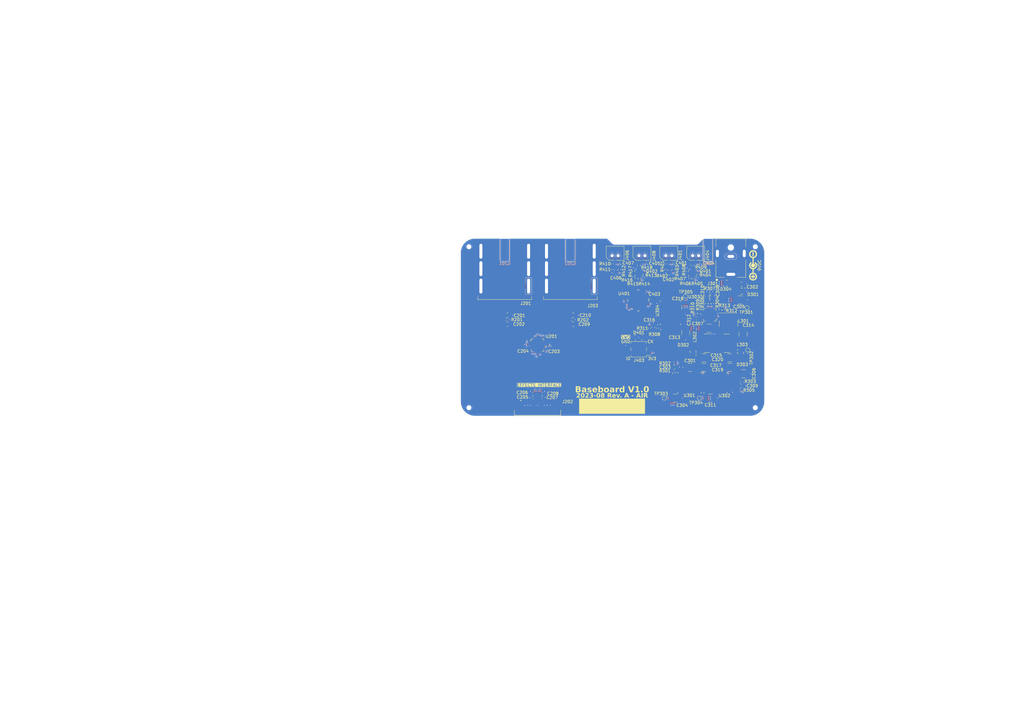
<source format=kicad_pcb>
(kicad_pcb (version 20221018) (generator pcbnew)
  (title_block (title "1590N1 BASEBOARD - PCBA") (date "2023-08-19") (rev "A") (company "Alessandro Rizzoni") (comment 1 "PCB") (comment 2 "RELEASED") (comment 3 "AIR") (comment 4 "AIR"))
  (layers (0 "F.Cu" signal "F.Cu (Signal)") (1 "In1.Cu" power "In1.Cu (Ground)") (2 "In2.Cu" signal "In2.Cu (Signal)") (3 "In3.Cu" power "In3.Cu (Ground)") (4 "In4.Cu" power "In4.Cu (Power)") (31 "B.Cu" mixed "B.Cu (Ground)") (34 "B.Paste" user) (35 "F.Paste" user) (36 "B.SilkS" user "B.Silkscreen") (37 "F.SilkS" user "F.Silkscreen") (38 "B.Mask" user) (39 "F.Mask" user) (44 "Edge.Cuts" user))
  (net 0 "")
  (net 1 "/AUDIO/AUDIO_IN-")
  (net 2 "AUDIO_IN_FILT")
  (net 3 "/AUDIO/AUDIO_OUT")
  (net 4 "AUDIO_OUT_FILT")
  (net 5 "/POWER/-9VREG_FBN")
  (net 6 "Net-(C308-Pad2)")
  (net 7 "/POWER/+9VREG_FBP")
  (net 8 "Net-(C310-Pad2)")
  (net 9 "DC_IN")
  (net 10 "/POWER/VSW_VREG")
  (net 11 "/POWER/VSW1B")
  (net 12 "/POWER/3V3REG_FB")
  (net 13 "/MICROCONTROLLER/V_FTSW_FILT_B")
  (net 14 "+9V")
  (net 15 "-9V")
  (net 16 "+3V3")
  (net 17 "/MICROCONTROLLER/V_FTSW_FILT_A")
  (net 18 "/POWER/VSW2")
  (net 19 "+12V_RAW")
  (net 20 "-12V_RAW")
  (net 21 "/MICROCONTROLLER/SWDIO")
  (net 22 "/MICROCONTROLLER/SWDCK")
  (net 23 "/MICROCONTROLLER/V_FTSW_RAW_B")
  (net 24 "/MICROCONTROLLER/V_LEDB")
  (net 25 "/MICROCONTROLLER/V_FTSW_RAW_A")
  (net 26 "/MICROCONTROLLER/V_LEDA")
  (net 27 "/POWER/VSW1A")
  (net 28 "/MICROCONTROLLER/VS_B")
  (net 29 "AUDIO_IN_A")
  (net 30 "AUDIO_IN_B")
  (net 31 "AUDIO_OUT_A")
  (net 32 "AUDIO_OUT_B")
  (net 33 "/MICROCONTROLLER/VG_LEDB")
  (net 34 "/MICROCONTROLLER/VS_A")
  (net 35 "/MICROCONTROLLER/VG_LEDA")
  (net 36 "/MICROCONTROLLER/VD_FTSW_B")
  (net 37 "/POWER/VSW_COMP1")
  (net 38 "/POWER/VSW_COMP2")
  (net 39 "/POWER/VSW_SOFT_START")
  (net 40 "/POWER/VSW_FB2")
  (net 41 "/POWER/VSW_VREF")
  (net 42 "/POWER/VSW_FB1")
  (net 43 "LEDB_EN")
  (net 44 "LEDA_EN")
  (net 45 "/AUDIO/AUDIO_A_TO_B")
  (net 49 "-9V_EN")
  (net 50 "+9V_EN")
  (net 52 "FTSW_A")
  (net 53 "FTSW_B")
  (net 68 "GND1")
  (net 69 "GND")
  (net 70 "/POWER/VSW1INBK")
  (net 71 "/POWER/DC_IN_RAW")
  (net 72 "/MICROCONTROLLER/VD_FTSW_A")
  (net 73 "/MICROCONTROLLER/VG_FTSW_B")
  (net 74 "/MICROCONTROLLER/VG_FTSW_A")
  (net 75 "/AUDIO/BYPASS_B")
  (net 76 "/AUDIO/BYPASS_A")
  (net 77 "SW_IN2")
  (net 78 "SW_IN3")
  (net 79 "SW_IN4")
  (net 80 "~{SW_EN}")
  (net 81 "SW_IN1")
  (footprint "Resistor_SMD:R_0402_1005Metric" (layer "F.Cu") (at 248.895 117.3675 90)
    (fp_text reference "R405")
    (fp_text value "200Ω")
  )
  (footprint "Library:QFN-32-1EP_5x5mm_P0.5mm_EP3.45x3.45mm" (layer "F.Cu") (at 230.519999 124.67 -135)
    (fp_text reference "U401")
    (fp_text value "STM32G031K8U6")
  )
  (footprint "Library:TestPoint_Pad_D1.0mm" (layer "F.Cu") (at 267.2 141.33 90)
    (fp_text reference "TP302")
    (fp_text value "GND")
  )
  (footprint "Capacitor_SMD:C_0603_1608Metric" (layer "F.Cu") (at 195.12 156.045)
    (fp_text reference "C206")
    (fp_text value "2.2μF")
  )
  (footprint "Capacitor_SMD:C_1210_3225Metric" (layer "F.Cu") (at 247.845 147.17)
    (fp_text reference "C301")
    (fp_text value "10μF")
  )
  (footprint "Capacitor_SMD:C_0402_1005Metric" (layer "F.Cu") (at 233.2 111.9325 180)
    (fp_text reference "C405")
    (fp_text value "100nF")
  )
  (footprint "Capacitor_SMD:C_0603_1608Metric" (layer "F.Cu") (at 240.97 114.6025 90)
    (fp_text reference "C402")
    (fp_text value "2.2μF")
  )
  (footprint "Library:JLC_Tooling_hole" (layer "F.Cu") (at 173.72 106.67)
    (fp_text reference "H402" hide)
    (fp_text value "JLC_TOOLING_HOLE" hide)
  )
  (footprint "Resistor_SMD:R_0402_1005Metric" (layer "F.Cu") (at 246.895 114.9225 90)
    (fp_text reference "R408")
    (fp_text value "750Ω")
  )
  (footprint "Library:TE_HPI_2.0MM_PITCH_MALE_HEADER_2POS" (layer "F.Cu") (at 240.72 111.42)
    (fp_text reference "J401")
    (fp_text value "6-440054-2")
  )
  (footprint "Capacitor_SMD:C_1210_3225Metric" (layer "F.Cu") (at 265.62 135.995 90)
    (fp_text reference "C314")
    (fp_text value "10μF")
  )
  (footprint "Resistor_SMD:R_0402_1005Metric" (layer "F.Cu") (at 254.445 125.72 -90)
    (fp_text reference "R307")
    (fp_text value "71.5kΩ")
  )
  (footprint "Library:TestPoint_Pad_D1.0mm" (layer "F.Cu") (at 239.245 157.47)
    (fp_text reference "TP303")
    (fp_text value "-9V")
  )
  (footprint "Capacitor_SMD:C_0402_1005Metric" (layer "F.Cu") (at 242.2 111.9325 180)
    (fp_text reference "C401")
    (fp_text value "100nF")
  )
  (footprint "Capacitor_SMD:C_0402_1005Metric" (layer "F.Cu") (at 224.2 111.9325 180)
    (fp_text reference "C407")
    (fp_text value "100nF")
  )
  (footprint "Capacitor_SMD:C_0603_1608Metric" (layer "F.Cu") (at 264.995 153.345 180)
    (fp_text reference "C309")
    (fp_text value "2.2μF")
  )
  (footprint "Connector_PinHeader_2.54mm:PinHeader_2x02_P2.54mm_Vertical_SMD" (layer "F.Cu") (at 230.64 141.07 180)
    (fp_text reference "J403")
    (fp_text value "2x2 PIN HEADER")
  )
  (footprint "Library:CUI_PJ-063AH" (layer "F.Cu") (at 261.52 115.9321 90)
    (fp_text reference "J301")
    (fp_text value "PJ-063AH")
  )
  (footprint "Capacitor_SMD:C_1210_3225Metric" (layer "F.Cu") (at 242.92 157.47 180)
    (fp_text reference "C304")
    (fp_text value "10μF")
  )
  (footprint "Fiducial:Fiducial_0.5mm_Mask1mm" (layer "F.Cu") (at 258.095 124.97)
    (fp_text reference "FID301" hide)
    (fp_text value "FIDUCIAL")
  )
  (footprint "Library:AMPHENOL_SFV20R-2STE1HLF" (layer "F.Cu") (at 196.72 161.17)
    (fp_text reference "J202")
    (fp_text value "SFV20R-2STE1HLF")
  )
  (footprint "Fiducial:Fiducial_0.5mm_Mask1mm" (layer "F.Cu") (at 232.02 120.67)
    (fp_text reference "FID401" hide)
    (fp_text value "FIDUCIAL")
  )
  (footprint "Library:LFCSP-20-1EP_4x4mm_P0.5mm_EP2.6x2.6mm" (layer "F.Cu") (at 254.445 129.545 180)
    (fp_text reference "U303")
    (fp_text value "ADP5070")
  )
  (footprint "Capacitor_SMD:C_0402_1005Metric" (layer "F.Cu") (at 198.2 157.295 180)
    (fp_text reference "C207")
    (fp_text value "100nF")
  )
  (footprint "Library:DMN2050LFDB" (layer "F.Cu") (at 230.72 115.4325 180)
    (fp_text reference "Q402")
    (fp_text value "DMN2050")
  )
  (footprint "Library:TE_HPI_2.0MM_PITCH_MALE_HEADER_2POS" (layer "F.Cu") (at 231.72 111.42)
    (fp_text reference "J408")
    (fp_text value "6-440054-2")
  )
  (footprint "Capacitor_SMD:C_0402_1005Metric" (layer "F.Cu") (at 200.095 140.15 -90)
    (fp_text reference "C203")
    (fp_text value "100nF")
  )
  (footprint "Resistor_SMD:R_0402_1005Metric" (layer "F.Cu") (at 246.895 116.8425 90)
    (fp_text reference "R407")
    (fp_text value "120Ω")
  )
  (footprint "Library:TO-252-2" (layer "F.Cu") (at 246.995 152.32)
    (fp_text reference "U301")
    (fp_text value "LM337KVURG3")
  )
  (footprint "Resistor_SMD:R_0603_1608Metric" (layer "F.Cu") (at 248.72 112.9575 -90)
    (fp_text reference "R409")
    (fp_text value "15Ω")
  )
  (footprint "Library:TestPoint_Pad_D1.0mm" (layer "F.Cu") (at 266.945 127.12)
    (fp_text reference "TP301")
    (fp_text value "DC_IN")
  )
  (footprint "Library:RSB12JS2" (layer "F.Cu") (at 230.6 137.06 -90)
    (fp_text reference "D401")
    (fp_text value "RSB12JS2")
  )
  (footprint "Resistor_SMD:R_0402_1005Metric" (layer "F.Cu") (at 230.869999 117.3575 90)
    (fp_text reference "R414")
    (fp_text value "200Ω")
  )
  (footprint "Resistor_SMD:R_0402_1005Metric" (layer "F.Cu") (at 264.73 152.095)
    (fp_text reference "R303")
    (fp_text value "750Ω")
  )
  (footprint "Capacitor_SMD:C_0805_2012Metric" (layer "F.Cu") (at 186.67 132.67 180)
    (fp_text reference "C202")
    (fp_text value "39nF")
  )
  (footprint "Capacitor_SMD:C_0603_1608Metric" (layer "F.Cu") (at 198.32 156.045 180)
    (fp_text reference "C208")
    (fp_text value "2.2μF")
  )
  (footprint "Resistor_SMD:R_0603_1608Metric" (layer "F.Cu") (at 230.72 112.9575 -90)
    (fp_text reference "R418")
    (fp_text value "15Ω")
  )
  (footprint "Library:TE_HPI_2.0MM_PITCH_MALE_HEADER_2POS" (layer "F.Cu") (at 222.72 111.42)
    (fp_text reference "J406")
    (fp_text value "6-440054-2")
  )
  (footprint "Capacitor_SMD:C_1210_3225Metric" (layer "F.Cu") (at 264.699505 124.489758 180)
    (fp_text reference "C305")
    (fp_text value "10μF")
  )
  (footprint "Library:L_TDK_VLS6045EX_VLS6045AF" (layer "F.Cu") (at 260.145 139.02)
    (fp_text reference "L303")
    (fp_text value "22μH")
  )
  (footprint "Capacitor_SMD:C_0805_2012Metric" (layer "F.Cu") (at 255.445 122.995 -90)
    (fp_text reference "C308")
    (fp_text value "58nF")
  )
  (footprint "Capacitor_SMD:C_0805_2012Metric" (layer "F.Cu") (at 265.095 119.22)
    (fp_text reference "C302")
    (fp_text value "150pF")
  )
  (footprint "Library:Amphenol_ACJS-IHS" (layer "F.Cu") (at 207.72 114.37)
    (fp_text reference "J203")
    (fp_text value "ACJS-IHS")
  )
  (footprint "Capacitor_SMD:C_1210_3225Metric" (layer "F.Cu") (at 254.67 157.47 180)
    (fp_text reference "C311")
    (fp_text value "10μF")
  )
  (footprint "Capacitor_SMD:C_0805_2012Metric" (layer "F.Cu") (at 186.67 129.67)
    (fp_text reference "C201")
    (fp_text value "150pF")
  )
  (footprint "Resistor_SMD:R_0402_1005Metric" (layer "F.Cu") (at 242.22 114.3375 -90)
    (fp_text reference "R403")
    (fp_text value "120Ω")
  )
  (footprint "Resistor_SMD:R_0402_1005Metric" (layer "F.Cu") (at 186.23 131.17)
    (fp_text reference "R201")
    (fp_text value "1MΩ")
  )
  (footprint "Library:TO-252-2" (layer "F.Cu") (at 241.24 129.48 90)
    (fp_text reference "U304")
    (fp_text value "LM317MDT-TR")
  )
  (footprint "Library:TO-252-2" (layer "F.Cu") (at 257.07 152.325 180)
    (fp_text reference "U302")
    (fp_text value "LM317MDT-TR")
  )
  (footprint "Resistor_SMD:R_0402_1005Metric" (layer "F.Cu") (at 224.22 114.2925 -90)
    (fp_text reference "R412")
    (fp_text value "120Ω")
  )
  (footprint "Resistor_SMD:R_0402_1005Metric" (layer "F.Cu") (at 234.22 134.02 -90)
    (fp_text reference "R311")
    (fp_text value "120Ω")
  )
  (footprint "Capacitor_SMD:C_0402_1005Metric" (layer "F.Cu") (at 233.086797 122.103202 -45)
    (fp_text reference "C403")
    (fp_text value "100nF")
  )
  (footprint "Library:L_TDK_VLS6045EX_VLS6045AF" (layer "F.Cu") (at 260.72 132.42 -90)
    (fp_text reference "L301")
    (fp_text value "22μH")
  )
  (footprint "Capacitor_SMD:C_0603_1608Metric" (layer "F.Cu") (at 235.47 133.745 -90)
    (fp_text reference "C316")
    (fp_text value "2.2μF")
  )
  (footprint "Capacitor_SMD:C_1210_3225Metric" (layer "F.Cu") (at 246.395 135.495 90)
    (fp_text reference "C313")
    (fp_text value "10μF")
  )
  (footprint "LOGO" (layer "F.Cu") (at 268.97 112.92 90)
    (fp_text reference "G***" hide)
    (fp_text value "LOGO" hide)
  )
  (footprint "Resistor_SMD:R_0402_1005Metric" (layer "F.Cu") (at 239.72 112.4175 -90)
    (fp_text reference "R401")
    (fp_text value "120Ω")
  )
  (footprint "Resistor_SMD:R_0402_1005Metric" (layer "F.Cu") (at 208.23 131.17)
    (fp_text reference "R202")
    (fp_text value "49.9kΩ")
  )
  (footprint "Resistor_SMD:R_0402_1005Metric" (layer "F.Cu") (at 253.445 125.71 -90)
    (fp_text reference "R306")
    (fp_text value "3.3kΩ")
  )
  (footprint "Resistor_SMD:R_0402_1005Metric" (layer "F.Cu") (at 250.545 115.9425 -90)
    (fp_text reference "R404")
    (fp_text value "750Ω")
  )
  (footprint "Capacitor_SMD:C_0805_2012Metric" (layer "F.Cu") (at 208.67 129.67)
    (fp_text reference "C210")
    (fp_text value "150pF")
  )
  (footprint "Capacitor_SMD:C_0603_1608Metric" (layer "F.Cu") (at 249.97 130.745)
    (fp_text reference "C312")
    (fp_text value "2.2μF")
  )
  (footprint "Capacitor_SMD:C_0402_1005Metric" (layer "F.Cu") (at 251.2 111.9325 180)
    (fp_text reference "C404")
    (fp_text value "100nF")
  )
  (footprint "Resistor_SMD:R_0402_1005Metric" (layer "F.Cu") (at 228.899999 114.9275 90)
    (fp_text reference "R417")
    (fp_text value "750Ω")
  )
  (footprint "Capacitor_SMD:C_0603_1608Metric" (layer "F.Cu") (at 242.72 147.045 180)
    (fp_text reference "C303")
    (fp_text value "2.2μF")
  )
  (footprint "Resistor_SMD:R_0402_1005Metric" (layer "F.Cu") (at 221.72 114.2925 90)
    (fp_text reference "R411")
    (fp_text value "49.9kΩ")
  )
  (footprint "Capacitor_SMD:C_0402_1005Metric" (layer "F.Cu") (at 193.58 139.92 -90)
    (fp_text reference "C204")
    (fp_text value "100nF")
  )
  (footprint "Capacitor_SMD:C_1210_3225Metric" (layer "F.Cu") (at 261.145 143.92)
    (fp_text reference "C320")
    (fp_text value "10μF")
  )
  (footprint "Capacitor_SMD:C_1210_3225Metric" (layer "F.Cu") (at 254.245 134.02 180)
    (fp_text reference "C307")
    (fp_text value "10μF")
  )
  (footprint "Capacitor_SMD:C_0805_2012Metric" (layer "F.Cu") (at 208.67 132.67)
    (fp_text reference "C209")
    (fp_text value "39nF")
  )
  (footprint "Resistor_SMD:R_0402_1005Metric" (layer "F.Cu") (at 264.73 154.595 180)
    (fp_text reference "R305")
    (fp_text value "120Ω")
  )
  (footprint "Library:D_PowerDI-123_THERMAL_PAD" (layer "F.Cu") (at 264.795 143.02 90)
    (fp_text reference "D303")
    (fp_text value "DFLS240L-7")
  )
  (footprint "Resistor_SMD:R_0402_1005Metric" (layer "F.Cu") (at 229.894999 117.3575 -90)
    (fp_text reference "R415")
    (fp_text value "120Ω")
  )
  (footprint "Library:TE_HPI_2.0MM_PITCH_MALE_HEADER_2POS" (layer "F.Cu") (at 249.72 111.42)
    (fp_text reference "J404")
    (fp_text value "6-440054-2")
  )
  (footprint "Resistor_SMD:R_0402_1005Metric" (layer "F.Cu") (at 242.455 145.795 180)
    (fp_text reference "R302")
    (fp_text value "120Ω")
  )
  (footprint "Library:LFCSP-20-1EP_4x4mm_P0.5mm_EP2.6x2.6mm" (layer "F.Cu") (at 196.72 139.67)
    (fp_text reference "U201")
    (fp_text value "ADG5434")
  )
  (footprint "Library:Amphenol_ACJS-IHS" (layer "F.Cu") (at 185.72 114.37)
    (fp_text reference "J201")
    (fp_text value "ACJS-IHS")
  )
  (footprint "Resistor_SMD:R_0402_1005Metric" (layer "F.Cu") (at 259.03 127.855 90)
    (fp_text reference "R312")
    (fp_text value "1MΩ")
  )
  (footprint "Capacitor_SMD:C_1210_3225Metric" (layer "F.Cu") (at 252.495 143.92 180)
    (fp_text reference "C315")
    (fp_text value "10μF")
  )
  (footprint "Resistor_SMD:R_0402_1005Metric" (layer "F.Cu") (at 236.97 134 90)
    (fp_text reference "R308")
    (fp_text value "200Ω")
  )
  (footprint "Resistor_SMD:R_0402_1005Metric" (layer "F.Cu") (at 249.82 129.055 90)
    (fp_text reference "R310")
    (fp_text value "1MΩ")
  )
  (footprint "Resistor_SMD:R_0402_1005Metric" (layer "F.Cu") (at 255.445 125.7 -90)
    (fp_text reference "R304")
    (fp_text value "33kΩ")
  )
  (footprint "Library:D_PowerDI-123_THERMAL_PAD" (layer "F.Cu") (at 260.845 118.895 180)
    (fp_text reference "D304")
    (fp_text value "DFLS240L-7")
  )
  (footprint "Resistor_SMD:R_0402_1005Metric" (layer "F.Cu") (at 221.72 112.3925 -90)
    (fp_text reference "R410")
    (fp_text value "120Ω")
  )
  (footprint "Library:JLC_Tooling_hole" (layer "F.Cu") (at 269.72 106.67)
    (fp_text reference "H401" hide)
    (fp_text value "JLC_TOOLING_HOLE" hide)
  )
  (footprint "Capacitor_SMD:C_1210_3225Metric" (layer "F.Cu") (at 246.395 127.07 90)
    (fp_text reference "C318")
    (fp_text value "10μF")
  )
  (footprint "Library:TestPoint_Pad_D1.0mm" (layer "F.Cu") (at 250.995 157.47)
    (fp_text reference "TP304")
    (fp_text value "+9V")
  )
  (footprint "Library:DMN2050LFDB" (layer "F.Cu") (at 248.72 115.4325 180)
    (fp_text reference "Q401")
    (fp_text value "DMN2050")
  )
  (footprint "Resistor_SMD:R_0402_1005Metric" (layer "F.Cu") (at 232.544998 115.942501 -90)
    (fp_text reference "R413")
    (fp_text value "750Ω")
  )
  (footprint "Capacitor_SMD:C_0603_1608Metric" (layer "F.Cu") (at 253.445 123.235 -90)
    (fp_text reference "C310")
    (fp_text value "10nF")
  )
  (footprint "Library:D_PowerDI-123_THERMAL_PAD" (layer "F.Cu") (at 248.845 141.22 -90)
    (fp_text reference "D302")
    (fp_text value "DFLS240L-7")
  )
  (footprint "Library:Net_Tie" (layer "F.Cu") (at 255.595 135.92 180)
    (fp_text reference "NT301" hide)
    (fp_text value "NET TIE" hide)
  )
  (footprint "Library:TestPoint_Pad_D1.0mm" (layer "F.Cu") (at 246.395 123.27)
    (fp_text reference "TP305")
    (fp_text value "+3V3")
  )
  (footprint "Capacitor_SMD:C_0402_1005Metric" (layer "F.Cu") (at 195.24 157.295)
    (fp_text reference "C205")
    (fp_text value "100nF")
  )
  (footprint "Capacitor_SMD:C_1210_3225Metric" (layer "F.Cu") (at 265.795 149.295 180)
    (fp_text reference "C306")
    (fp_text value "10μF")
  )
  (footprint "Resistor_SMD:R_0402_1005Metric" (layer "F.Cu") (at 228.894999 116.8425 90)
    (fp_text reference "R416")
    (fp_text value "120Ω")
  )
  (footprint "Resistor_SMD:R_0402_1005Metric" (layer "F.Cu") (at 242.455 148.295)
    (fp_text reference "R301")
    (fp_text value "750Ω")
  )
  (footprint "Library:JLC_Tooling_hole" (layer "F.Cu") (at 269.72 160.67)
    (fp_text reference "H404" hide)
    (fp_text value "JLC_TOOLING_HOLE" hide)
  )
  (footprint "Resistor_SMD:R_0402_1005Metric" (layer "F.Cu") (at 250.82 129.055 -90)
    (fp_text reference "R309")
    (fp_text value "62.5kΩ")
  )
  (footprint "Resistor_SMD:R_0402_1005Metric" (layer "F.Cu") (at 247.895 117.3675 -90)
    (fp_text reference "R406")
    (fp_text value "120Ω")
  )
  (footprint "Library:L_TDK_VLS6045EX_VLS6045AF" (layer "F.Cu") (at 253.495 139.02 180)
    (fp_text reference "L302")
    (fp_text value "22μH")
  )
  (footprint "Capacitor_SMD:C_0603_1608Metric" (layer "F.Cu") (at 222.97 114.5575 90)
    (fp_text reference "C406")
    (fp_text value "2.2μF")
  )
  (footprint "Capacitor_SMD:C_1210_3225Metric" (layer "F.Cu") (at 261.145 147.17)
    (fp_text reference "C319")
    (fp_text value "10μF")
  )
  (footprint "Resistor_SMD:R_0402_1005Metric" (layer "F.Cu") (at 239.72 114.3375 90)
    (fp_text reference "R402")
    (fp_text value "49.9kΩ")
  )
  (footprint "Library:JLC_Tooling_hole" (layer "F.Cu") (at 173.72 160.67)
    (fp_text reference "H403" hide)
    (fp_text value "JLC_TOOLING_HOLE" hide)
  )
  (footprint "Resistor_SMD:R_0402_1005Metric" (layer "F.Cu") (at 258.045 127.855 -90)
    (fp_text reference "R313")
    (fp_text value "71.5kΩ")
  )
  (footprint "Capacitor_SMD:C_1210_3225Metric" (layer "F.Cu") (at 252.495 147.17 180)
    (fp_text reference "C317")
    (fp_text value "10μF")
  )
  (footprint "Library:D_PowerDI-123_THERMAL_PAD" (layer "F.Cu") (at 264.495 121.545)
    (fp_text reference "D301")
    (fp_text value "DFLZ13Q-7")
  )
  (footprint "Library:Harwin_EMI_Finger_S7061-46R" (layer "B.Cu") (at 207.72 107.77 180)
    (fp_text reference "G202")
    (fp_text value "CHASSIS")
  )
  (footprint "Library:Harwin_EMI_Finger_S7061-46R" (layer "B.Cu") (at 185.72 107.77 180)
    (fp_text reference "G201")
    (fp_text value "CHASSIS")
  )
  (footprint "Library:Harwin_EMI_Finger_S7061-46R" (layer "B.Cu") (at 253.82 107.77 180)
    (fp_text reference "G301")
    (fp_text value "CHASSIS")
  )
  (gr_line (start 251.82 127.87) (end 251.92 127.77) (stroke (width 0.1)) (layer "F.SilkS"))
  (gr_line (start 251.82 127.67) (end 251.82 127.87) (stroke (width 0.1)) (layer "F.SilkS"))
  (gr_line (start 254.45 121.345) (end 254.45 124.2) (stroke (width 0.1)) (layer "F.SilkS"))
  (gr_line (start 251.22 123.37) (end 251.22 127.77) (stroke (width 0.1)) (layer "F.SilkS"))
  (gr_rect (start 210.72 157.67) (end 232.72 162.67) (stroke (width 0.1)) (fill solid) (layer "F.SilkS"))
  (gr_line (start 251.22 123.37) (end 251.12 123.37) (stroke (width 0.1)) (layer "F.SilkS"))
  (gr_line (start 254.45 124.2) (end 254.58 124.07) (stroke (width 0.1)) (layer "F.SilkS"))
  (gr_line (start 257.62 128.92) (end 263.67 128.92) (stroke (width 0.1)) (layer "F.SilkS"))
  (gr_line (start 251.92 127.77) (end 251.82 127.67) (stroke (width 0.1)) (layer "F.SilkS"))
  (gr_line (start 254.45 124.2) (end 254.32 124.07) (stroke (width 0.1)) (layer "F.SilkS"))
  (gr_line (start 254.58 124.07) (end 254.32 124.07) (stroke (width 0.1)) (layer "F.SilkS"))
  (gr_line (start 251.22 127.77) (end 251.92 127.77) (stroke (width 0.1)) (layer "F.SilkS"))
  (gr_line (start 222.62 105.67) (end 249.82 105.67) (stroke (width 0.05)) (layer "Edge.Cuts"))
  (gr_line (start 250.597817 105.347817) (end 251.942183 103.992183) (stroke (width 0.05)) (layer "Edge.Cuts"))
  (gr_arc (start 250.597817 105.347817) (mid 250.240952 105.586267) (end 249.82 105.67) (stroke (width 0.05)) (layer "Edge.Cuts"))
  (gr_line (start 221.842183 105.347817) (end 220.497817 103.992183) (stroke (width 0.05)) (layer "Edge.Cuts"))
  (gr_arc (start 273.02 158.67) (mid 271.555534 162.205534) (end 268.02 163.67) (stroke (width 0.05)) (layer "Edge.Cuts"))
  (gr_arc (start 170.72 108.67) (mid 172.184466 105.134466) (end 175.72 103.67) (stroke (width 0.05)) (layer "Edge.Cuts"))
  (gr_arc (start 175.72 163.67) (mid 172.184466 162.205534) (end 170.72 158.67) (stroke (width 0.05)) (layer "Edge.Cuts"))
  (gr_arc (start 219.72 103.67) (mid 220.140952 103.753733) (end 220.497817 103.992183) (stroke (width 0.05)) (layer "Edge.Cuts"))
  (gr_line (start 170.72 108.67) (end 170.72 158.67) (stroke (width 0.05)) (layer "Edge.Cuts"))
  (gr_line (start 175.72 163.67) (end 268.02 163.67) (stroke (width 0.05)) (layer "Edge.Cuts"))
  (gr_arc (start 222.62 105.67) (mid 222.199048 105.586267) (end 221.842183 105.347817) (stroke (width 0.05)) (layer "Edge.Cuts"))
  (gr_line (start 219.72 103.67) (end 175.72 103.67) (stroke (width 0.05)) (layer "Edge.Cuts"))
  (gr_line (start 252.72 103.67) (end 268.02 103.67) (stroke (width 0.05)) (layer "Edge.Cuts"))
  (gr_arc (start 251.942183 103.992183) (mid 252.299048 103.753733) (end 252.72 103.67) (stroke (width 0.05)) (layer "Edge.Cuts"))
  (gr_arc (start 268.02 103.67) (mid 271.555534 105.134466) (end 273.02 108.67) (stroke (width 0.05)) (layer "Edge.Cuts"))
  (gr_line (start 273.02 158.67) (end 273.02 108.67) (stroke (width 0.05)) (layer "Edge.Cuts"))
  (gr_text "SWD" (at 224.62 137.57) (layer "F.SilkS" knockout) (effects (font (size 1 1) (thickness 0.153) bold) (justify left bottom)))
  (gr_text "9VDC" (at 271.72 114.92 90) (layer "F.SilkS") (effects (font (size 1 1) (thickness 0.153) bold) (justify left bottom)))
  (gr_text "CK" (at 233.52 139.07) (layer "F.SilkS") (effects (font (size 1 1) (thickness 0.153) bold) (justify left bottom)))
  (gr_text "IO" (at 226.22 144.77) (layer "F.SilkS") (effects (font (size 1 1) (thickness 0.153) bold) (justify left bottom)))
  (gr_text "Baseboard V1.0\n" (at 221.72 154.67) (layer "F.SilkS") (effects (font (size 2 2) (thickness 0.153) bold)))
  (gr_text "2023-08 Rev. A - AIR" (at 221.72 156.67) (layer "F.SilkS") (effects (font (size 1.5 1.5) (thickness 0.153) bold italic)))
  (gr_text "EFFECTS INTERFACE" (at 189.72 153.67) (layer "F.SilkS" knockout) (effects (font (size 1 1) (thickness 0.153) bold) (justify left bottom)))
  (gr_text "GND" (at 224.62 139.07) (layer "F.SilkS") (effects (font (size 1 1) (thickness 0.153) bold) (justify left bottom)))
  (gr_text "3V3" (at 233.62 144.77) (layer "F.SilkS") (effects (font (size 1 1) (thickness 0.153) bold) (justify left bottom)))
  (segment (start 185.72 131.17) (end 185.72 129.67) (width 0.25) (layer "F.Cu") (net 1))
  (segment (start 185.72 124.17) (end 185.72 129.67) (width 0.25) (layer "F.Cu") (net 1))
  (segment (start 190.02 119.87) (end 185.72 124.17) (width 0.25) (layer "F.Cu") (net 1))
  (segment (start 193.72 119.87) (end 190.02 119.87) (width 0.25) (layer "F.Cu") (net 1))
  (segment (start 185.72 132.405) (end 185.72 131.17) (width 0.25) (layer "F.Cu") (net 1))
  (segment (start 190.32 132.67) (end 195.3825 137.7325) (width 0.25) (layer "F.Cu") (net 2))
  (segment (start 187.535 132.67) (end 190.32 132.67) (width 0.25) (layer "F.Cu") (net 2))
  (segment (start 187.27 132.405) (end 187.535 132.67) (width 0.25) (layer "F.Cu") (net 2))
  (segment (start 195.3825 137.7325) (end 195.72 137.7325) (width 0.25) (layer "F.Cu") (net 2))
  (segment (start 207.72 124.17) (end 207.72 129.67) (width 0.25) (layer "F.Cu") (net 3))
  (segment (start 215.72 119.87) (end 212.02 119.87) (width 0.25) (layer "F.Cu") (net 3))
  (segment (start 207.72 132.42) (end 207.72 131.17) (width 0.25) (layer "F.Cu") (net 3))
  (segment (start 207.72 129.67) (end 207.72 131.17) (width 0.25) (layer "F.Cu") (net 3))
  (segment (start 212.02 119.87) (end 207.72 124.17) (width 0.25) (layer "F.Cu") (net 3))
  (segment (start 209.62 135.805) (end 209.62 132.77) (width 0.25) (layer "F.Cu") (net 4))
  (segment (start 199.72 138.67) (end 200.695 137.695) (width 0.25) (layer "F.Cu") (net 4))
  (segment (start 207.73 137.695) (end 209.62 135.805) (width 0.25) (layer "F.Cu") (net 4))
  (segment (start 200.695 137.695) (end 207.73 137.695) (width 0.25) (layer "F.Cu") (net 4))
  (segment (start 209.62 132.77) (end 209.27 132.42) (width 0.25) (layer "F.Cu") (net 4))
  (segment (start 198.6575 138.67) (end 199.72 138.67) (width 0.25) (layer "F.Cu") (net 4))
  (segment (start 241.945 145.795) (end 241.945 147.045) (width 0.25) (layer "F.Cu") (net 5))
  (segment (start 241.945 148.295) (end 241.945 150.03) (width 0.25) (layer "F.Cu") (net 5))
  (segment (start 241.945 147.045) (end 241.945 148.295) (width 0.25) (layer "F.Cu") (net 5))
  (segment (start 255.445 125.19) (end 255.445 124.01) (width 0.25) (layer "F.Cu") (net 6))
  (segment (start 264.22 153.345) (end 264.22 154.595) (width 0.25) (layer "F.Cu") (net 7))
  (segment (start 264.22 152.095) (end 264.22 153.345) (width 0.25) (layer "F.Cu") (net 7))
  (segment (start 264.22 154.595) (end 262.12 154.595) (width 0.25) (layer "F.Cu") (net 7))
  (segment (start 253.445 125.2) (end 253.445 124.01) (width 0.25) (layer "F.Cu") (net 8))
  (segment (start 252.57 131.92) (end 252.57 133.295) (width 0.25) (layer "F.Cu") (net 9))
  (segment (start 256.3825 130.045) (end 257.17 130.045) (width 0.25) (layer "F.Cu") (net 9))
  (segment (start 263.224505 124.489758) (end 263.224505 126.194505) (width 0.25) (layer "F.Cu") (net 9))
  (segment (start 253.795 132.22) (end 253.22 132.22) (width 0.25) (layer "F.Cu") (net 9))
  (segment (start 263.224505 126.194505) (end 264.15 127.12) (width 0.25) (layer "F.Cu") (net 9))
  (segment (start 253.445 131.4825) (end 253.0075 131.4825) (width 0.25) (layer "F.Cu") (net 9))
  (segment (start 252.5075 130.545) (end 252.5075 130.9575) (width 0.25) (layer "F.Cu") (net 9))
  (segment (start 252.5075 130.9575) (end 252.095 131.37) (width 0.25) (layer "F.Cu") (net 9))
  (segment (start 253.945 131.4825) (end 253.945 132.07) (width 0.25) (layer "F.Cu") (net 9))
  (segment (start 252.095 133.345) (end 252.77 134.02) (width 0.25) (layer "F.Cu") (net 9))
  (segment (start 264.15 127.12) (end 266.945 127.12) (width 0.25) (layer "F.Cu") (net 9))
  (segment (start 253.945 132.07) (end 253.795 132.22) (width 0.25) (layer "F.Cu") (net 9))
  (segment (start 252.095 131.37) (end 252.095 133.345) (width 0.25) (layer "F.Cu") (net 9))
  (segment (start 253.0075 131.4825) (end 252.57 131.92) (width 0.25) (layer "F.Cu") (net 9))
  (segment (start 253.045 132.395) (end 253.045 133.695) (width 0.25) (layer "F.Cu") (net 9))
  (segment (start 253.22 132.22) (end 253.045 132.395) (width 0.25) (layer "F.Cu") (net 9))
  (via (at 261.62 124.495) (size 0.55) (drill 0.25) (layers "F.Cu" "B.Cu") (net 9))
  (via (at 261.62 123.945) (size 0.55) (drill 0.25) (layers "F.Cu" "B.Cu") (net 9))
  (via (at 248.27 134.02) (size 0.55) (drill 0.25) (layers "F.Cu" "B.Cu") (net 9))
  (via (at 261.62 125.045) (size 0.55) (drill 0.25) (layers "F.Cu" "B.Cu") (net 9))
  (via (at 250.745 133.47) (size 0.55) (drill 0.25) (layers "F.Cu" "B.Cu") (net 9))
  (via (at 248.27 134.57) (size 0.55) (drill 0.25) (layers "F.Cu" "B.Cu") (net 9))
  (via (at 250.745 134.57) (size 0.55) (drill 0.25) (layers "F.Cu" "B.Cu") (net 9))
  (via (at 257.17 130.045) (size 0.55) (drill 0.25) (layers "F.Cu" "B.Cu") (net 9))
  (via (at 250.745 134.02) (size 0.55) (drill 0.25) (layers "F.Cu" "B.Cu") (net 9))
  (via (at 248.27 133.47) (size 0.55) (drill 0.25) (layers "F.Cu" "B.Cu") (net 9))
  (segment (start 252.5075 130.045) (end 251.995 130.045) (width 0.25) (layer "F.Cu") (net 10))
  (segment (start 251.295 130.745) (end 250.745 130.745) (width 0.25) (layer "F.Cu") (net 10))
  (segment (start 251.995 130.045) (end 251.295 130.745) (width 0.25) (layer "F.Cu") (net 10))
  (segment (start 235.47 134.52) (end 236.97 134.52) (width 0.25) (layer "F.Cu") (net 12))
  (segment (start 236.97 134.52) (end 238.96 134.52) (width 0.25) (layer "F.Cu") (net 12))
  (segment (start 234.22 134.53) (end 235.46 134.53) (width 0.25) (layer "F.Cu") (net 12))
  (segment (start 239.72 112.9275) (end 239.72 113.8275) (width 0.25) (layer "F.Cu") (net 13))
  (segment (start 240.97 113.8275) (end 242.22 113.8275) (width 0.25) (layer "F.Cu") (net 13))
  (segment (start 239.72 113.8275) (end 240.97 113.8275) (width 0.25) (layer "F.Cu") (net 13))
  (segment (start 200.08 139.67) (end 200.67 139.67) (width 0.25) (layer "F.Cu") (net 14))
  (segment (start 253.195 157.47) (end 252.27 157.47) (width 0.5) (layer "F.Cu") (net 14))
  (segment (start 253.195 157.47) (end 254.045 157.47) (width 0.5) (layer "F.Cu") (net 14))
  (segment (start 200.08 139.67) (end 198.6575 139.67) (width 0.25) (layer "F.Cu") (net 14))
  (segment (start 265.24 155.24) (end 265.245 155.245) (width 0.25) (layer "F.Cu") (net 14))
  (segment (start 265.24 154.595) (end 265.24 155.24) (width 0.25) (layer "F.Cu") (net 14))
  (segment (start 250.995 157.47) (end 252.27 157.47) (width 0.25) (layer "F.Cu") (net 14))
  (via (at 252.27 157.47) (size 0.55) (drill 0.25) (layers "F.Cu" "B.Cu") (net 14))
  (via (at 196.145 155.12) (size 0.55) (drill 0.25) (layers "F.Cu" "B.Cu") (net 14))
  (via (at 195.62 155.12) (size 0.55) (drill 0.25) (layers "F.Cu" "B.Cu") (net 14))
  (via (at 254.045 158.02) (size 0.55) (drill 0.25) (layers "F.Cu" "B.Cu") (net 14))
  (via (at 254.045 156.92) (size 0.55) (drill 0.25) (layers "F.Cu" "B.Cu") (net 14))
  (via (at 200.685 139.67) (size 0.55) (drill 0.25) (layers "F.Cu" "B.Cu") (net 14))
  (via (at 254.045 157.47) (size 0.55) (drill 0.25) (layers "F.Cu" "B.Cu") (net 14))
  (via (at 265.245 155.245) (size 0.55) (drill 0.25) (layers "F.Cu" "B.Cu") (net 14))
  (segment (start 194 139.44) (end 193.58 139.44) (width 0.25) (layer "F.Cu") (net 15))
  (segment (start 194.7825 139.67) (end 196.72 139.67) (width 0.25) (layer "F.Cu") (net 15))
  (segment (start 194.7825 139.67) (end 194.23 139.67) (width 0.25) (layer "F.Cu") (net 15))
  (segment (start 241.445 157.47) (end 240.52 157.47) (width 0.5) (layer "F.Cu") (net 15))
  (segment (start 193 139.44) (end 192.995 139.445) (width 0.25) (layer "F.Cu") (net 15))
  (segment (start 194.23 139.67) (end 194 139.44) (width 0.25) (layer "F.Cu") (net 15))
  (segment (start 239.245 157.47) (end 240.52 157.47) (width 0.25) (layer "F.Cu") (net 15))
  (segment (start 193.58 139.44) (end 193 139.44) (width 0.25) (layer "F.Cu") (net 15))
  (segment (start 242.965 145.795) (end 243.595 145.795) (width 0.25) (layer "F.Cu") (net 15))
  (via (at 197.82 155.12) (size 0.55) (drill 0.25) (layers "F.Cu" "B.Cu") (net 15))
  (via (at 197.295 155.12) (size 0.55) (drill 0.25) (layers "F.Cu" "B.Cu") (net 15))
  (via (at 241.95 159.18) (size 0.55) (drill 0.25) (layers "F.Cu" "B.Cu") (net 15))
  (via (at 243.595 145.795) (size 0.55) (drill 0.25) (layers "F.Cu" "B.Cu") (net 15))
  (via (at 242.5 159.18) (size 0.55) (drill 0.25) (layers "F.Cu" "B.Cu") (net 15))
  (via (at 240.52 157.47) (size 0.55) (drill 0.25) (layers "F.Cu" "B.Cu") (net 15))
  (via (at 241.4 159.19) (size 0.55) (drill 0.25) (layers "F.Cu" "B.Cu") (net 15))
  (via (at 192.995 139.445) (size 0.55) (drill 0.25) (layers "F.Cu" "B.Cu") (net 15))
  (segment (start 234.22 133.51) (end 234.22 132.895) (width 0.25) (layer "F.Cu") (net 16))
  (segment (start 241.72 111.9325) (end 241.72 112.595) (width 0.25) (layer "F.Cu") (net 16))
  (segment (start 232.72 111.9325) (end 232.72 112.595) (width 0.25) (layer "F.Cu") (net 16))
  (segment (start 230.87 117.8675) (end 231.539999 117.8675) (width 0.25) (layer "F.Cu") (net 16))
  (segment (start 233.426208 122.438792) (end 233.82 122.045) (width 0.5) (layer "F.Cu") (net 16))
  (segment (start 223.72 111.9325) (end 223.72 112.595) (width 0.25) (layer "F.Cu") (net 16))
  (segment (start 223.72 109.67) (end 223.72 111.9325) (width 0.25) (layer "F.Cu") (net 16))
  (segment (start 232.818097 122.725456) (end 233.143366 122.725457) (width 0.25) (layer "F.Cu") (net 16))
  (segment (start 233.17 142.345) (end 233.165 142.34) (width 0.5) (layer "F.Cu") (net 16))
  (segment (start 232.420348 123.123205) (end 232.818097 122.725456) (width 0.25) (layer "F.Cu") (net 16))
  (segment (start 250.72 109.67) (end 250.72 111.9325) (width 0.25) (layer "F.Cu") (net 16))
  (segment (start 250.72 111.9325) (end 250.72 112.595) (width 0.25) (layer "F.Cu") (net 16))
  (segment (start 249.565 117.8775) (end 249.57 117.8825) (width 0.25) (layer "F.Cu") (net 16))
  (segment (start 246.395 124.67) (end 246.395 123.27) (width 0.25) (layer "F.Cu") (net 16))
  (segment (start 248.895 117.8775) (end 249.565 117.8775) (width 0.25) (layer "F.Cu") (net 16))
  (segment (start 241.72 109.67) (end 241.72 111.9325) (width 0.25) (layer "F.Cu") (net 16))
  (segment (start 232.72 109.67) (end 232.72 111.9325) (width 0.25) (layer "F.Cu") (net 16))
  (segment (start 246.395 125.595) (end 246.395 126.445) (width 0.5) (layer "F.Cu") (net 16))
  (segment (start 233.143366 122.725457) (end 233.426209 122.442614) (width 0.25) (layer "F.Cu") (net 16))
  (segment (start 246.395 125.595) (end 246.395 124.67) (width 0.5) (layer "F.Cu") (net 16))
  (segment (start 235.095 142.345) (end 233.17 142.345) (width 0.5) (layer "F.Cu") (net 16))
  (via (at 234.22 132.895) (size 0.55) (drill 0.25) (layers "F.Cu" "B.Cu") (net 16))
  (via (at 241.72 112.595) (size 0.55) (drill 0.25) (layers "F.Cu" "B.Cu") (net 16))
  (via (at 245.845 126.445) (size 0.55) (drill 0.25) (layers "F.Cu" "B.Cu") (net 16))
  (via (at 235.095 142.345) (size 0.55) (drill 0.25) (layers "F.Cu" "B.Cu") (net 16))
  (via (at 246.395 124.67) (size 0.55) (drill 0.25) (layers "F.Cu" "B.Cu") (net 16))
  (via (at 249.57 117.8825) (size 0.55) (drill 0.25) (layers "F.Cu" "B.Cu") (net 16))
  (via (at 250.72 112.595) (size 0.55) (drill 0.25) (layers "F.Cu" "B.Cu") (net 16))
  (via (at 246.945 126.445) (size 0.55) (drill 0.25) (layers "F.Cu" "B.Cu") (net 16))
  (via (at 232.72 112.595) (size 0.55) (drill 0.25) (layers "F.Cu" "B.Cu") (net 16))
  (via (at 231.539999 117.8675) (size 0.55) (drill 0.25) (layers "F.Cu" "B.Cu") (net 16))
  (via (at 246.395 126.445) (size 0.55) (drill 0.25) (layers "F.Cu" "B.Cu") (net 16))
  (via (at 223.72 112.595) (size 0.55) (drill 0.25) (layers "F.Cu" "B.Cu") (net 16))
  (via (at 233.82 122.045) (size 0.55) (drill 0.25) (layers "F.Cu" "B.Cu") (net 16))
  (segment (start 221.72 113.7825) (end 222.97 113.7825) (width 0.25) (layer "F.Cu") (net 17))
  (segment (start 222.97 113.7825) (end 224.22 113.7825) (width 0.25) (layer "F.Cu") (net 17))
  (segment (start 221.72 112.9025) (end 221.72 113.7825) (width 0.25) (layer "F.Cu") (net 17))
  (segment (start 262.62 148.74) (end 262.62 148.17) (width 0.25) (layer "F.Cu") (net 19))
  (segment (start 262.265 149.095) (end 262.62 148.74) (width 0.25) (layer "F.Cu") (net 19))
  (segment (start 260.82 149.095) (end 262.265 149.095) (width 0.25) (layer "F.Cu") (net 19))
  (segment (start 259.03 127.345) (end 259.695 127.345) (width 0.25) (layer "F.Cu") (net 19))
  (via (at 259.695 127.345) (size 0.55) (drill 0.25) (layers "F.Cu" "B.Cu") (net 19))
  (via (at 260.82 149.095) (size 0.55) (drill 0.25) (layers "F.Cu" "B.Cu") (net 19))
  (segment (start 249.82 129.565) (end 249.15 129.565) (width 0.25) (layer "F.Cu") (net 20))
  (segment (start 251.325 148.995) (end 251.02 148.69) (width 0.25) (layer "F.Cu") (net 20))
  (segment (start 251.02 148.69) (end 251.02 147.17) (width 0.25) (layer "F.Cu") (net 20))
  (segment (start 249.15 129.565) (end 249.145 129.57) (width 0.25) (layer "F.Cu") (net 20))
  (segment (start 252.045 148.995) (end 251.325 148.995) (width 0.25) (layer "F.Cu") (net 20))
  (via (at 252.045 148.995) (size 0.55) (drill 0.25) (layers "F.Cu" "B.Cu") (net 20))
  (via (at 249.145 129.57) (size 0.55) (drill 0.25) (layers "F.Cu" "B.Cu") (net 20))
  (segment (start 228.92 137.22) (end 228.92 128.744873) (width 0.25) (layer "F.Cu") (net 21))
  (segment (start 228.115 142.34) (end 229.96 142.34) (width 0.25) (layer "F.Cu") (net 21))
  (segment (start 228.92 128.744873) (end 230.033863 127.63101) (width 0.25) (layer "F.Cu") (net 21))
  (segment (start 230.37 139.245) (end 228.92 137.795) (width 0.25) (layer "F.Cu") (net 21))
  (segment (start 228.92 136.52) (end 228.93 136.51) (width 0.25) (layer "F.Cu") (net 21))
  (segment (start 230.37 141.93) (end 230.37 139.245) (width 0.25) (layer "F.Cu") (net 21))
  (segment (start 228.92 137.795) (end 228.92 137.22) (width 0.25) (layer "F.Cu") (net 21))
  (segment (start 229.96 142.34) (end 230.37 141.93) (width 0.25) (layer "F.Cu") (net 21))
  (segment (start 228.92 137.22) (end 228.92 136.52) (width 0.25) (layer "F.Cu") (net 21))
  (segment (start 228.93 136.51) (end 229.825 136.51) (width 0.25) (layer "F.Cu") (net 21))
  (segment (start 232.22 137.61) (end 232.855 137.61) (width 0.25) (layer "F.Cu") (net 22))
  (segment (start 231.006135 127.63101) (end 232.22 128.844875) (width 0.25) (layer "F.Cu") (net 22))
  (segment (start 232.22 128.844875) (end 232.22 137.61) (width 0.25) (layer "F.Cu") (net 22))
  (segment (start 231.375 137.61) (end 232.22 137.61) (width 0.25) (layer "F.Cu") (net 22))
  (segment (start 233.165 137.92) (end 233.165 139.8) (width 0.25) (layer "F.Cu") (net 22))
  (segment (start 232.855 137.61) (end 233.165 137.92) (width 0.25) (layer "F.Cu") (net 22))
  (segment (start 239.72 109.67) (end 239.72 111.9075) (width 0.25) (layer "F.Cu") (net 23))
  (segment (start 248.72 112.1325) (end 248.72 109.67) (width 0.5) (layer "F.Cu") (net 24))
  (segment (start 221.72 109.67) (end 221.72 111.8825) (width 0.25) (layer "F.Cu") (net 25))
  (segment (start 230.72 109.67) (end 230.72 112.1325) (width 0.5) (layer "F.Cu") (net 26))
  (segment (start 248.72 114.9075) (end 248.72 113.7825) (width 0.5) (layer "F.Cu") (net 28))
  (segment (start 190.52 139.32) (end 192.145 137.695) (width 0.25) (layer "F.Cu") (net 29))
  (segment (start 190.52 155.895) (end 190.52 139.32) (width 0.25) (layer "F.Cu") (net 29))
  (segment (start 192.47 158.77) (end 192.47 157.845) (width 0.25) (layer "F.Cu") (net 29))
  (segment (start 194.7825 138.3325) (end 194.7825 138.67) (width 0.25) (layer "F.Cu") (net 29))
  (segment (start 192.47 157.845) (end 190.52 155.895) (width 0.25) (layer "F.Cu") (net 29))
  (segment (start 192.145 137.695) (end 194.145 137.695) (width 0.25) (layer "F.Cu") (net 29))
  (segment (start 194.145 137.695) (end 194.7825 138.3325) (width 0.25) (layer "F.Cu") (net 29))
  (segment (start 198.0075 141.6075) (end 197.72 141.6075) (width 0.25) (layer "F.Cu") (net 30))
  (segment (start 199.97 158.77) (end 199.97 146.22) (width 0.25) (layer "F.Cu") (net 30))
  (segment (start 199.97 146.22) (end 198.43 144.68) (width 0.25) (layer "F.Cu") (net 30))
  (segment (start 198.43 144.68) (end 198.43 142.03) (width 0.25) (layer "F.Cu") (net 30))
  (segment (start 198.43 142.03) (end 198.0075 141.6075) (width 0.25) (layer "F.Cu") (net 30))
  (segment (start 194.7825 141.3075) (end 194.7825 140.67) (width 0.25) (layer "F.Cu") (net 31))
  (segment (start 193.47 142.62) (end 194.7825 141.3075) (width 0.25) (layer "F.Cu") (net 31))
  (segment (start 193.47 158.77) (end 193.47 142.62) (width 0.25) (layer "F.Cu") (net 31))
  (segment (start 198.6575 139.17) (end 199.23 139.17) (width 0.25) (layer "F.Cu") (net 32))
  (segment (start 201.17 139.095) (end 203.02 140.945) (width 0.25) (layer "F.Cu") (net 32))
  (segment (start 203.02 155.795) (end 200.97 157.845) (width 0.25) (layer "F.Cu") (net 32))
  (segment (start 199.23 139.17) (end 199.305 139.095) (width 0.25) (layer "F.Cu") (net 32))
  (segment (start 199.305 139.095) (end 201.17 139.095) (width 0.25) (layer "F.Cu") (net 32))
  (segment (start 203.02 140.945) (end 203.02 155.795) (width 0.25) (layer "F.Cu") (net 32))
  (segment (start 200.97 157.845) (end 200.97 158.77) (width 0.25) (layer "F.Cu") (net 32))
  (segment (start 246.895 115.4325) (end 246.895 116.3325) (width 0.25) (layer "F.Cu") (net 33))
  (segment (start 247.82 115.4325) (end 246.895 115.4325) (width 0.25) (layer "F.Cu") (net 33))
  (segment (start 230.72 113.7825) (end 230.72 114.9075) (width 0.5) (layer "F.Cu") (net 34))
  (segment (start 228.899999 115.4375) (end 228.899999 116.3275) (width 0.25) (layer "F.Cu") (net 35))
  (segment (start 229.819999 115.432501) (end 228.904999 115.4325) (width 0.25) (layer "F.Cu") (net 35))
  (segment (start 247.895 116.8575) (end 247.895 116.1575) (width 0.25) (layer "F.Cu") (net 36))
  (segment (start 247.895 116.1575) (end 247.82 116.0825) (width 0.25) (layer "F.Cu") (net 36))
  (segment (start 248.895 116.8575) (end 248.895 116.1325) (width 0.25) (layer "F.Cu") (net 36))
  (segment (start 255.445 127.6075) (end 255.445 127.12) (width 0.25) (layer "F.Cu") (net 37))
  (segment (start 255.445 127.12) (end 255.52 127.045) (width 0.25) (layer "F.Cu") (net 37))
  (segment (start 255.52 127.045) (end 255.52 126.62) (width 0.25) (layer "F.Cu") (net 37))
  (segment (start 255.52 126.62) (end 255.445 126.545) (width 0.25) (layer "F.Cu") (net 37))
  (segment (start 255.445 126.545) (end 255.445 126.22) (width 0.25) (layer "F.Cu") (net 37))
  (segment (start 253.445 127.12) (end 253.37 127.045) (width 0.25) (layer "F.Cu") (net 38))
  (segment (start 253.37 127.045) (end 253.37 126.62) (width 0.25) (layer "F.Cu") (net 38))
  (segment (start 253.445 126.545) (end 253.445 126.22) (width 0.25) (layer "F.Cu") (net 38))
  (segment (start 253.37 126.62) (end 253.445 126.545) (width 0.25) (layer "F.Cu") (net 38))
  (segment (start 253.445 127.6075) (end 253.445 127.12) (width 0.25) (layer "F.Cu") (net 38))
  (segment (start 254.445 127.6075) (end 254.445 126.23) (width 0.25) (layer "F.Cu") (net 39))
  (segment (start 252.5075 128.545) (end 249.82 128.545) (width 0.25) (layer "F.Cu") (net 40))
  (segment (start 252.5075 129.045) (end 251.87 129.045) (width 0.25) (layer "F.Cu") (net 41))
  (segment (start 251.365 129.02) (end 250.82 129.565) (width 0.25) (layer "F.Cu") (net 41))
  (segment (start 251.87 129.045) (end 251.845 129.02) (width 0.25) (layer "F.Cu") (net 41))
  (segment (start 251.845 129.02) (end 251.365 129.02) (width 0.25) (layer "F.Cu") (net 41))
  (segment (start 258.045 128.365) (end 259.03 128.365) (width 0.25) (layer "F.Cu") (net 42))
  (segment (start 257.075 128.365) (end 258.045 128.365) (width 0.25) (layer "F.Cu") (net 42))
  (segment (start 256.895 128.545) (end 257.075 128.365) (width 0.25) (layer "F.Cu") (net 42))
  (segment (start 256.3825 128.545) (end 256.895 128.545) (width 0.25) (layer "F.Cu") (net 42))
  (segment (start 246.895 117.3525) (end 239.605266 117.3525) (width 0.25) (layer "F.Cu") (net 43))
  (segment (start 239.605266 117.3525) (end 233.127455 123.830311) (width 0.25) (layer "F.Cu") (net 43))
  (segment (start 228.894999 117.3525) (end 228.895 121.277234) (width 0.25) (layer "F.Cu") (net 44))
  (segment (start 228.895 121.277234) (end 229.68031 122.062544) (width 0.25) (layer "F.Cu") (net 44))
  (segment (start 195.4025 141.6075) (end 195.72 141.6075) (width 0.25) (layer "F.Cu") (net 45))
  (segment (start 199.045 141.795) (end 199.63 141.795) (width 0.25) (layer "F.Cu") (net 45))
  (segment (start 195.02 141.99) (end 195.4025 141.6075) (width 0.25) (layer "F.Cu") (net 45))
  (segment (start 198.6575 141.4075) (end 199.045 141.795) (width 0.25) (layer "F.Cu") (net 45))
  (segment (start 195.02 142.47) (end 195.02 141.99) (width 0.25) (layer "F.Cu") (net 45))
  (segment (start 198.6575 140.67) (end 198.6575 141.4075) (width 0.25) (layer "F.Cu") (net 45))
  (via (at 199.63 141.795) (size 0.55) (drill 0.25) (layers "F.Cu" "B.Cu") (net 45))
  (via (at 195.02 142.47) (size 0.55) (drill 0.25) (layers "F.Cu" "B.Cu") (net 45))
  (segment (start 233.127455 125.509689) (end 233.82 126.202234) (width 0.25) (layer "F.Cu") (net 49))
  (segment (start 253.945 127.6075) (end 253.945 126.845) (width 0.25) (layer "F.Cu") (net 49))
  (segment (start 233.82 126.202234) (end 233.82 126.57) (width 0.25) (layer "F.Cu") (net 49))
  (segment (start 253.945 126.845) (end 253.92 126.82) (width 0.25) (layer "F.Cu") (net 49))
  (via (at 253.92 126.82) (size 0.55) (drill 0.25) (layers "F.Cu" "B.Cu") (net 49))
  (via (at 233.82 126.57) (size 0.55) (drill 0.25) (layers "F.Cu" "B.Cu") (net 49))
  (segment (start 254.945 127.6075) (end 254.945 126.845) (width 0.25) (layer "F.Cu") (net 50))
  (segment (start 254.945 126.845) (end 254.97 126.82) (width 0.25) (layer "F.Cu") (net 50))
  (segment (start 234.194873 125.87) (end 234.52 125.87) (width 0.25) (layer "F.Cu") (net 50))
  (segment (start 233.481009 125.156136) (end 234.194873 125.87) (width 0.25) (layer "F.Cu") (net 50))
  (via (at 254.97 126.82) (size 0.55) (drill 0.25) (layers "F.Cu" "B.Cu") (net 50))
  (via (at 234.52 125.87) (size 0.55) (drill 0.25) (layers "F.Cu" "B.Cu") (net 50))
  (segment (start 229.72 118.669998) (end 229.894999 118.494999) (width 0.25) (layer "F.Cu") (net 52))
  (segment (start 230.033863 121.70899) (end 229.72 121.395127) (width 0.25) (layer "F.Cu") (net 52))
  (segment (start 229.72 121.395127) (end 229.72 118.669998) (width 0.25) (layer "F.Cu") (net 52))
  (segment (start 229.894999 118.494999) (end 229.894999 117.8675) (width 0.25) (layer "F.Cu") (net 52))
  (segment (start 239.787372 117.8775) (end 233.481009 124.183864) (width 0.25) (layer "F.Cu") (net 53))
  (segment (start 247.895 117.8775) (end 239.787372 117.8775) (width 0.25) (layer "F.Cu") (net 53))
  (segment (start 232.544998 117.0825) (end 232.544999 117.0825) (width 0.25) (layer "F.Cu") (net 69))
  (segment (start 231.619999 116.699999) (end 231.85 116.93) (width 0.25) (layer "F.Cu") (net 69))
  (segment (start 231.375 137.06) (end 230.6 137.06) (width 0.25) (layer "F.Cu") (net 69))
  (segment (start 246.37 147.17) (end 245.445 147.17) (width 0.5) (layer "F.Cu") (net 69))
  (segment (start 194.23 140.17) (end 194 140.4) (width 0.25) (layer "F.Cu") (net 69))
  (segment (start 249.195 130.745) (end 248.395 130.745) (width 0.5) (layer "F.Cu") (net 69))
  (segment (start 232.464544 122.046634) (end 232.747385 121.763792) (width 0.25) (layer "F.Cu") (net 69))
  (segment (start 229.819999 114.7825) (end 229.819999 114.07) (width 0.25) (layer "F.Cu") (net 69))
  (segment (start 246.895 114.4125) (end 246.895 113.795) (width 0.25) (layer "F.Cu") (net 69))
  (segment (start 265.77 153.345) (end 266.57 153.345) (width 0.5) (layer "F.Cu") (net 69))
  (segment (start 231.619999 116.082501) (end 231.619999 116.699999) (width 0.25) (layer "F.Cu") (net 69))
  (segment (start 254.445 125.21) (end 254.445 124.595) (width 0.25) (layer "F.Cu") (net 69))
  (segment (start 194 140.4) (end 193.58 140.4) (width 0.25) (layer "F.Cu") (net 69))
  (segment (start 208.74 131.17) (end 209.37 131.17) (width 0.25) (layer "F.Cu") (net 69))
  (segment (start 266.045 119.219999) (end 266.894999 119.219999) (width 0.5) (layer "F.Cu") (net 69))
  (segment (start 250.545 116.4525) (end 250.545 117.0825) (width 0.25) (layer "F.Cu") (net 69))
  (segment (start 198.68 157.295) (end 199.32 157.295) (width 0.5) (layer "F.Cu") (net 69))
  (segment (start 193.58 140.4) (end 192.99 140.4) (width 0.25) (layer "F.Cu") (net 69))
  (segment (start 200.095 140.63) (end 200.095 141.195) (width 0.5) (layer "F.Cu") (net 69))
  (segment (start 199.095 156.045) (end 199.095 155.22) (width 0.5) (layer "F.Cu") (net 69))
  (segment (start 230.58 137.06) (end 229.825 137.06) (width 0.25) (layer "F.Cu") (net 69))
  (segment (start 247.82 114.7825) (end 247.82 114.045) (width 0.25) (layer "F.Cu") (net 69))
  (segment (start 224.68 111.9325) (end 224.68 112.5975) (width 0.25) (layer "F.Cu") (net 69))
  (segment (start 267.2 142.44) (end 267.2 141.33) (width 0.25) (layer "F.Cu") (net 69))
  (segment (start 228.899999 114.4175) (end 228.899999 113.7875) (width 0.25) (layer "F.Cu") (net 69))
  (segment (start 222.97 115.3325) (end 222.97 116.1325) (width 0.5) (layer "F.Cu") (net 69))
  (segment (start 232.464543 122.371904) (end 232.464544 122.046634) (width 0.25) (layer "F.Cu") (net 69))
  (segment (start 244.395 157.47) (end 245.32 157.47) (width 0.5) (layer "F.Cu") (net 69))
  (segment (start 256.145 157.47) (end 257.07 157.47) (width 0.5) (layer "F.Cu") (net 69))
  (segment (start 194.76 157.295) (end 194.12 157.295) (width 0.5) (layer "F.Cu") (net 69))
  (segment (start 221.72 114.8025) (end 221.72 115.4325) (width 0.25) (layer "F.Cu") (net 69))
  (segment (start 246.395 128.545) (end 246.395 129.47) (width 0.5) (layer "F.Cu") (net 69))
  (segment (start 242.965 148.295) (end 242.965 148.965) (width 0.25) (layer "F.Cu") (net 69))
  (segment (start 233.68 111.9325) (end 233.68 112.5975) (width 0.25) (layer "F.Cu") (net 69))
  (segment (start 194.7825 140.17) (end 194.23 140.17) (width 0.25) (layer "F.Cu") (net 69))
  (segment (start 228.115 139.8) (end 226.195 139.8) (width 0.5) (layer "F.Cu") (net 69))
  (segment (start 242.68 111.9325) (end 242.68 112.5975) (width 0.25) (layer "F.Cu") (net 69))
  (segment (start 267.27 149.295) (end 268.195 149.295) (width 0.5) (layer "F.Cu") (net 69))
  (segment (start 253.445 122.46) (end 253.445 121.67) (width 0.5) (layer "F.Cu") (net 69))
  (segment (start 194.345 156.045) (end 194.345 155.22) (width 0.5) (layer "F.Cu") (net 69))
  (segment (start 249.62 116.0825) (end 249.62 116.67) (width 0.25) (layer "F.Cu") (net 69))
  (segment (start 258.045 127.345) (end 257.47 127.345) (width 0.25) (layer "F.Cu") (net 69))
  (segment (start 240.97 115.3775) (end 240.97 116.195) (width 0.5) (layer "F.Cu") (net 69))
  (segment (start 230.6 137.06) (end 230.59 137.05) (width 0.25) (layer "F.Cu") (net 69))
  (segment (start 256.3825 129.045) (end 257.17 129.045) (width 0.25) (layer "F.Cu") (net 69))
  (segment (start 242.965 148.965) (end 242.97 148.97) (width 0.25) (layer "F.Cu") (net 69))
  (segment (start 266.174504 124.489758) (end 267.099504 124.489758) (width 0.5) (layer "F.Cu") (net 69))
  (segment (start 249.62 116.67) (end 249.87 116.92) (width 0.25) (layer "F.Cu") (net 69))
  (segment (start 242.68 112.5975) (end 242.67 112.6075) (width 0.25) (layer "F.Cu") (net 69))
  (segment (start 233.68 112.5975) (end 233.67 112.6075) (width 0.25) (layer "F.Cu") (net 69))
  (segment (start 236.97 133.49) (end 236.97 132.87) (width 0.25) (layer "F.Cu") (net 69))
  (segment (start 187.62 129.67) (end 188.47 129.67) (width 0.5) (layer "F.Cu") (net 69))
  (segment (start 186.74 131.17) (end 187.37 131.17) (width 0.25) (layer "F.Cu") (net 69))
  (segment (start 239.72 114.8475) (end 239.72 115.47) (width 0.25) (layer "F.Cu") (net 69))
  (segment (start 209.62 129.67) (end 210.47 129.67) (width 0.5) (layer "F.Cu") (net 69))
  (segment (start 228.899999 113.7875) (end 228.894999 113.7825) (width 0.25) (layer "F.Cu") (net 69))
  (segment (start 232.066796 122.769651) (end 230.52 124.316447) (width 0.25) (layer "F.Cu") (net 69))
  (segment (start 252.5075 129.545) (end 254.445 129.545) (width 0.25) (layer "F.Cu") (net 69))
  (segment (start 224.68 112.5975) (end 224.67 112.6075) (width 0.25) (layer "F.Cu") (net 69))
  (segment (start 232.751209 121.763791) (end 233.145 121.37) (width 0.5) (layer "F.Cu") (net 69))
  (segment (start 232.544998 116.4525) (end 232.544998 117.0825) (width 0.25) (layer "F.Cu") (net 69))
  (segment (start 252.5075 129.545) (end 251.72 129.545) (width 0.25) (layer "F.Cu") (net 69))
  (segment (start 266.019999 121.544999) (end 266.894999 121.545) (width 0.5) (layer "F.Cu") (net 69))
  (segment (start 251.68 112.5975) (end 251.67 112.6075) (width 0.25) (layer "F.Cu") (net 69))
  (segment (start 232.066796 122.769651) (end 232.464543 122.371904) (width 0.25) (layer "F.Cu") (net 69))
  (segment (start 246.395 136.97) (end 246.395 137.895) (width 0.5) (layer "F.Cu") (net 69))
  (segment (start 243.495 147.045) (end 244.295 147.045) (width 0.5) (layer "F.Cu") (net 69))
  (segment (start 235.47 132.97) (end 235.47 132.17) (width 0.5) (layer "F.Cu") (net 69))
  (segment (start 251.68 111.9325) (end 251.68 112.5975) (width 0.25) (layer "F.Cu") (net 69))
  (segment (start 265.24 152.095) (end 265.87 152.095) (width 0.5) (layer "F.Cu") (net 69))
  (segment (start 255.445 122.46) (end 255.445 121.67) (width 0.5) (layer "F.Cu") (net 69))
  (segment (start 230.59 137.05) (end 230.58 137.06) (width 0.25) (layer "F.Cu") (net 69))
  (via (at 250.05 112.6) (size 0.55) (drill 0.25) (layers "F.Cu" "B.Cu") (net 69))
  (via (at 224.67 112.6075) (size 0.55) (drill 0.25) (layers "F.Cu" "B.Cu") (net 69))
  (via (at 266.894999 121.545) (size 0.55) (drill 0.25) (layers "F.Cu" "B.Cu") (net 69))
  (via (at 233.145 121.37) (size 0.55) (drill 0.25) (layers "F.Cu" "B.Cu") (net 69))
  (via (at 260.84 125.045) (size 0.55) (drill 0.25) (layers "F.Cu" "B.Cu") (net 69))
  (via (at 260.84 123.945) (size 0.55) (drill 0.25) (layers "F.Cu" "B.Cu") (net 69))
  (via (at 257.07 157.47) (size 0.55) (drill 0.25) (layers "F.Cu" "B.Cu") (net 69))
  (via (at 210.47 129.67) (size 0.55) (drill 0.25) (layers "F.Cu" "B.Cu") (net 69))
  (via (at 240.97 116.195) (size 0.55) (drill 0.25) (layers "F.Cu" "B.Cu") (net 69))
  (via (at 241.4 159.86) (size 0.55) (drill 0.25) (layers "F.Cu" "B.Cu") (net 69))
  (via (at 236.72 125.67) (size 0.55) (drill 0.25) (layers "F.Cu" "B.Cu") (net 69))
  (via (at 254.445 124.595) (size 0.55) (drill 0.25) (layers "F.Cu" "B.Cu") (net 69))
  (via (at 197.85 154.46) (size 0.55) (drill 0.25) (layers "F.Cu" "B.Cu") (net 69))
  (via (at 254.71 156.91) (size 0.55) (drill 0.25) (layers "F.Cu" "B.Cu") (net 69))
  (via (at 250.545 117.0825) (size 0.55) (drill 0.25) (layers "F.Cu" "B.Cu") (net 69))
  (via (at 249.97 134.58) (size 0.55) (drill 0.25) (layers "F.Cu" "B.Cu") (net 69))
  (via (at 200.095 141.195) (size 0.55) (drill 0.25) (layers "F.Cu" "B.Cu") (net 69))
  (via (at 250.24 117.88) (size 0.55) (drill 0.25) (layers "F.Cu" "B.Cu") (net 69))
  (via (at 193.47 159.87) (size 0.55) (drill 0.25) (layers "F.Cu" "B.Cu") (net 69))
  (via (at 198.97 159.87) (size 0.55) (drill 0.25) (layers "F.Cu" "B.Cu") (net 69))
  (via (at 192.33 139.45) (size 0.55) (drill 0.25) (layers "F.Cu" "B.Cu") (net 69))
  (via (at 240.18 156.89) (size 0.55) (drill 0.25) (layers "F.Cu" "B.Cu") (net 69))
  (via (at 209.37 131.17) (size 0.55) (drill 0.25) (layers "F.Cu" "B.Cu") (net 69))
  (via (at 196.72 159.87) (size 0.55) (drill 0.25) (layers "F.Cu" "B.Cu") (net 69))
  (via (at 223.05 112.6) (size 0.55) (drill 0.25) (layers "F.Cu" "B.Cu") (net 69))
  (via (at 266.57 153.345) (size 0.55) (drill 0.25) (layers "F.Cu" "B.Cu") (net 69))
  (via (at 199.97 159.87) (size 0.55) (drill 0.25) (layers "F.Cu" "B.Cu") (net 69))
  (via (at 251.72 129.545) (size 0.55) (drill 0.25) (layers "F.Cu" "B.Cu") (net 69))
  (via (at 255.445 121.67) (size 0.55) (drill 0.25) (layers "F.Cu" "B.Cu") (net 69))
  (via (at 229.819999 114.07) (size 0.55) (drill 0.25) (layers "F.Cu" "B.Cu") (net 69))
  (via (at 249.97 134.03) (size 0.55) (drill 0.25) (layers "F.Cu" "B.Cu") (net 69))
  (via (at 242.5 159.86) (size 0.55) (drill 0.25) (layers "F.Cu" "B.Cu") (net 69))
  (via (at 199.095 155.22) (size 0.55) (drill 0.25) (layers "F.Cu" "B.Cu") (net 69))
  (via (at 248.395 130.745) (size 0.55) (drill 0.25) (layers "F.Cu" "B.Cu") (net 69))
  (via (at 268.195 149.295) (size 0.55) (drill 0.25) (layers "F.Cu" "B.Cu") (net 69))
  (via (at 235.845 142.345) (size 0.55) (drill 0.25) (layers "F.Cu" "B.Cu") (net 69))
  (via (at 246.895 113.795) (size 0.55) (drill 0.25) (layers "F.Cu" "B.Cu") (net 69))
  (via (at 249.87 116.92) (size 0.55) (drill 0.25) (layers "F.Cu" "B.Cu") (net 69))
  (via (at 249.04 134.03) (size 0.55) (drill 0.25) (layers "F.Cu" "B.Cu") (net 69))
  (via (at 265.77 155.64) (size 0.55) (drill 0.25) (layers "F.Cu" "B.Cu") (net 69))
  (via (at 260.84 124.495) (size 0.55) (drill 0.25) (layers "F.Cu" "B.Cu") (net 69))
  (via (at 232.05 112.59) (size 0.55) (drill 0.25) (layers "F.Cu" "B.Cu") (net 69))
  (via (at 254.71 158.01) (size 0.55) (drill 0.25) (layers "F.Cu" "B.Cu") (net 69))
  (via (at 246.98 124.36) (size 0.55) (drill 0.25) (layers "F.Cu" "B.Cu") (net 69))
  (via (at 234.22 132.22) (size 0.55) (drill 0.25) (layers "F.Cu" "B.Cu") (net 69))
  (via (at 226.195 139.8) (size 0.55) (drill 0.25) (layers "F.Cu" "B.Cu") (net 69))
  (via (at 231.85 116.93) (size 0.55) (drill 0.25) (layers "F.Cu" "B.Cu") (net 69))
  (via (at 249.04 133.48) (size 0.55) (drill 0.25) (layers "F.Cu" "B.Cu") (net 69))
  (via (at 244.295 147.045) (size 0.55) (drill 0.25) (layers "F.Cu" "B.Cu") (net 69))
  (via (at 242.97 148.97) (size 0.55) (drill 0.25) (layers "F.Cu" "B.Cu") (net 69))
  (via (at 199.32 157.295) (size 0.55) (drill 0.25) (layers "F.Cu" "B.Cu") (net 69))
  (via (at 239.72 115.47) (size 0.55) (drill 0.25) (layers "F.Cu" "B.Cu") (net 69))
  (via (at 246.395 137.895) (size 0.55) (drill 0.25) (layers "F.Cu" "B.Cu") (net 69))
  (via (at 266.894999 119.219999) (size 0.55) (drill 0.25) (layers "F.Cu" "B.Cu") (net 69))
  (via (at 246.39 127.11) (size 0.55) (drill 0.25) (layers "F.Cu" "B.Cu") (net 69))
  (via (at 267.099504 124.489758) (size 0.55) (drill 0.25) (layers "F.Cu" "B.Cu") (net 69))
  (via (at 232.544999 117.0825) (size 0.55) (drill 0.25) (layers "F.Cu" "B.Cu") (net 69))
  (via (at 201.295 140.12) (size 0.55) (drill 0.25) (layers "F.Cu" "B.Cu") (net 69))
  (via (at 267.2 142.44) (size 0.55) (drill 0.25) (layers "F.Cu" "B.Cu") (net 69))
  (via (at 236.97 132.87) (size 0.55) (drill 0.25) (layers "F.Cu" "B.Cu") (net 69))
  (via (at 257.67 118.35) (size 0.55) (drill 0.25) (layers "F.Cu" "B.Cu") (net 69))
  (via (at 232.21 117.87) (size 0.55) (drill 0.25) (layers "F.Cu" "B.Cu") (net 69))
  (via (at 257.17 129.045) (size 0.55) (drill 0.25) (layers "F.Cu" "B.Cu") (net 69))
  (via (at 188.47 129.67) (size 0.55) (drill 0.25) (layers "F.Cu" "B.Cu") (net 69))
  (via (at 245.32 157.47) (size 0.55) (drill 0.25) (layers "F.Cu" "B.Cu") (net 69))
  (via (at 222.97 116.1325) (size 0.55) (drill 0.25) (layers "F.Cu" "B.Cu") (net 69))
  (via (at 241.95 159.86) (size 0.55) (drill 0.25) (layers "F.Cu" "B.Cu") (net 69))
  (via (at 245.84 127.11) (size 0.55) (drill 0.25) (layers "F.Cu" "B.Cu") (net 69))
  (via (at 245.445 147.17) (size 0.55) (drill 0.25) (layers "F.Cu" "B.Cu") (net 69))
  (via (at 257.67 118.9) (size 0.55) (drill 0.25) (layers "F.Cu" "B.Cu") (net 69))
  (via (at 234.32 121.57) (size 0.55) (drill 0.25) (layers "F.Cu" "B.Cu") (net 69))
  (via (at 254.71 157.46) (size 0.55) (drill 0.25) (layers "F.Cu" "B.Cu") (net 69))
  (via (at 246.395 129.47) (size 0.55) (drill 0.25) (layers "F.Cu" "B.Cu") (net 69))
  (via (at 195.61 154.45) (size 0.55) (drill 0.25) (layers "F.Cu" "B.Cu") (net 69))
  (via (at 197.3 154.46) (size 0.55) (drill 0.25) (layers "F.Cu" "B.Cu") (net 69))
  (via (at 246.94 127.11) (size 0.55) (drill 0.25) (layers "F.Cu" "B.Cu") (net 69))
  (via (at 257.47 127.345) (size 0.55) (drill 0.25) (layers "F.Cu" "B.Cu") (net 69))
  (via (at 253.445 121.67) (size 0.55) (drill 0.25) (layers "F.Cu" "B.Cu") (net 69))
  (via (at 257.67 119.45) (size 0.55) (drill 0.25) (layers "F.Cu" "B.Cu") (net 69))
  (via (at 228.894999 113.7825) (size 0.55) (drill 0.25) (layers "F.Cu" "B.Cu") (net 69))
  (via (at 187.37 131.17) (size 0.55) (drill 0.25) (layers "F.Cu" "B.Cu") (net 69))
  (via (at 221.72 115.4325) (size 0.55) (drill 0.25) (layers "F.Cu" "B.Cu") (net 69))
  (via (at 230.58 137.06) (size 0.55) (drill 0.25) (layers "F.Cu" "B.Cu") (net 69))
  (via (at 192.47 159.87) (size 0.55) (drill 0.25) (layers "F.Cu" "B.Cu") (net 69))
  (via (at 200.97 159.87) (size 0.55) (drill 0.25) (layers "F.Cu" "B.Cu") (net 69))
  (via (at 196.16 154.45) (size 0.55) (drill 0.25) (layers "F.Cu" "B.Cu") (net 69))
  (via (at 241.05 112.59) (size 0.55) (drill 0.25) (layers "F.Cu" "B.Cu") (net 69))
  (via (at 235.47 132.17) (size 0.55) (drill 0.25) (layers "F.Cu" "B.Cu") (net 69))
  (via (at 194.345 155.22) (size 0.55) (drill 0.25) (layers "F.Cu" "B.Cu") (net 69))
  (via (at 247.82 114.045) (size 0.55) (drill 0.25) (layers "F.Cu" "B.Cu") (net 69))
  (via (at 233.67 112.6075) (size 0.55) (drill 0.25) (layers "F.Cu" "B.Cu") (net 69))
  (via (at 243.59 145.12) (size 0.55) (drill 0.25) (layers "F.Cu" "B.Cu") (net 69))
  (via (at 251.96 156.89) (size 0.55) (drill 0.25) (layers "F.Cu" "B.Cu") (net 69))
  (via (at 192.99 140.4) (size 0.55) (drill 0.25) (layers "F.Cu" "B.Cu") (net 69))
  (via (at 242.67 112.6075) (size 0.55) (drill 0.25) (layers "F.Cu" "B.Cu") (net 69))
  (via (at 194.47 159.87) (size 0.55) (drill 0.25) (layers "F.Cu" "B.Cu") (net 69))
  (via (at 194.12 157.295) (size 0.55) (drill 0.25) (layers "F.Cu" "B.Cu") (net 69))
  (via (at 251.67 112.6075) (size 0.55) (drill 0.25) (layers "F.Cu" "B.Cu") (net 69))
  (via (at 265.87 152.095) (size 0.55) (drill 0.25) (layers "F.Cu" "B.Cu") (net 69))
  (segment (start 259.32 118.895) (end 258.445 118.895) (width 0.25) (layer "F.Cu") (net 71))
  (via (at 258.445 118.895) (size 0.55) (drill 0.25) (layers "F.Cu" "B.Cu") (net 71))
  (via (at 258.445 118.345) (size 0.55) (drill 0.25) (layers "F.Cu" "B.Cu") (net 71))
  (via (at 258.445 119.445) (size 0.55) (drill 0.25) (layers "F.Cu" "B.Cu") (net 71))
  (segment (start 229.894999 116.8475) (end 229.894999 116.1575) (width 0.25) (layer "F.Cu") (net 72))
  (segment (start 229.894999 116.1575) (end 229.819999 116.0825) (width 0.25) (layer "F.Cu") (net 72))
  (segment (start 230.869999 116.8475) (end 230.869999 116.1075) (width 0.25) (layer "F.Cu") (net 72))
  (segment (start 242.22 114.8475) (end 242.22 115.4825) (width 0.25) (layer "F.Cu") (net 73))
  (segment (start 249.62 115.4325) (end 250.545 115.4325) (width 0.25) (layer "F.Cu") (net 73))
  (segment (start 250.545 115.4325) (end 250.545 114.8825) (width 0.25) (layer "F.Cu") (net 73))
  (via (at 242.22 115.4825) (size 0.55) (drill 0.25) (layers "F.Cu" "B.Cu") (net 73))
  (via (at 250.545 114.8825) (size 0.55) (drill 0.25) (layers "F.Cu" "B.Cu") (net 73))
  (segment (start 231.619999 115.4325) (end 232.544998 115.4325) (width 0.25) (layer "F.Cu") (net 74))
  (segment (start 232.544998 115.4325) (end 232.544998 114.807501) (width 0.25) (layer "F.Cu") (net 74))
  (segment (start 224.22 114.8025) (end 224.22 115.4325) (width 0.25) (layer "F.Cu") (net 74))
  (segment (start 232.544998 114.807501) (end 232.544999 114.8075) (width 0.25) (layer "F.Cu") (net 74))
  (via (at 232.544999 114.8075) (size 0.55) (drill 0.25) (layers "F.Cu" "B.Cu") (net 74))
  (via (at 224.22 115.4325) (size 0.55) (drill 0.25) (layers "F.Cu" "B.Cu") (net 74))
  (segment (start 199.355 140.17) (end 198.6575 140.17) (width 0.25) (layer "F.Cu") (net 75))
  (segment (start 199.38 140.195) (end 199.355 140.17) (width 0.25) (layer "F.Cu") (net 75))
  (segment (start 197.9925 137.7325) (end 197.72 137.7325) (width 0.25) (layer "F.Cu") (net 75))
  (segment (start 198.62 136.57) (end 198.62 137.105) (width 0.25) (layer "F.Cu") (net 75))
  (segment (start 198.62 137.105) (end 197.9925 137.7325) (width 0.25) (layer "F.Cu") (net 75))
  (via (at 199.38 140.195) (size 0.55) (drill 0.25) (layers "F.Cu" "B.Cu") (net 75))
  (via (at 198.62 136.57) (size 0.55) (drill 0.25) (layers "F.Cu" "B.Cu") (net 75))
  (segment (start 193.25 138.5) (end 193.73 138.5) (width 0.25) (layer "F.Cu") (net 76))
  (segment (start 194.4 139.17) (end 194.7825 139.17) (width 0.25) (layer "F.Cu") (net 76))
  (segment (start 195.955 142.595) (end 196.22 142.33) (width 0.25) (layer "F.Cu") (net 76))
  (segment (start 193.73 138.5) (end 194.4 139.17) (width 0.25) (layer "F.Cu") (net 76))
  (segment (start 196.22 142.33) (end 196.22 141.6075) (width 0.25) (layer "F.Cu") (net 76))
  (via (at 193.25 138.5) (size 0.55) (drill 0.25) (layers "F.Cu" "B.Cu") (net 76))
  (via (at 195.955 142.595) (size 0.55) (drill 0.25) (layers "F.Cu" "B.Cu") (net 76))
  (segment (start 228.973203 126.570349) (end 228.32 127.223552) (width 0.25) (layer "F.Cu") (net 77))
  (segment (start 196.72 143.18) (end 196.72 141.6075) (width 0.25) (layer "F.Cu") (net 77))
  (segment (start 228.32 127.223552) (end 228.32 127.47) (width 0.25) (layer "F.Cu") (net 77))
  (segment (start 196.43 143.47) (end 196.72 143.18) (width 0.25) (layer "F.Cu") (net 77))
  (via (at 196.43 143.47) (size 0.55) (drill 0.25) (layers "F.Cu" "B.Cu") (net 77))
  (via (at 228.32 127.47) (size 0.55) (drill 0.25) (layers "F.Cu" "B.Cu") (net 77))
  (segment (start 197.22 142.485) (end 197.53 142.795) (width 0.25) (layer "F.Cu") (net 78))
  (segment (start 197.22 141.6075) (end 197.22 142.485) (width 0.25) (layer "F.Cu") (net 78))
  (segment (start 228.61965 126.216796) (end 227.42 127.416446) (width 0.25) (layer "F.Cu") (net 78))
  (segment (start 227.42 127.416446) (end 227.42 127.77) (width 0.25) (layer "F.Cu") (net 78))
  (via (at 197.53 142.795) (size 0.55) (drill 0.25) (layers "F.Cu" "B.Cu") (net 78))
  (via (at 227.42 127.77) (size 0.55) (drill 0.25) (layers "F.Cu" "B.Cu") (net 78))
  (segment (start 227.034339 127.095) (end 228.266096 125.863243) (width 0.25) (layer "F.Cu") (net 79))
  (segment (start 197.22 136.87) (end 197.22 137.7325) (width 0.25) (layer "F.Cu") (net 79))
  (segment (start 226.695 127.095) (end 227.034339 127.095) (width 0.25) (layer "F.Cu") (net 79))
  (segment (start 197.62 136.47) (end 197.22 136.87) (width 0.25) (layer "F.Cu") (net 79))
  (via (at 226.695 127.095) (size 0.55) (drill 0.25) (layers "F.Cu" "B.Cu") (net 79))
  (via (at 197.62 136.47) (size 0.55) (drill 0.25) (layers "F.Cu" "B.Cu") (net 79))
  (segment (start 227.252232 126.17) (end 226.72 126.17) (width 0.25) (layer "F.Cu") (net 80))
  (segment (start 196.72 136.17) (end 196.72 137.7325) (width 0.25) (layer "F.Cu") (net 80))
  (segment (start 227.912543 125.509689) (end 227.252232 126.17) (width 0.25) (layer "F.Cu") (net 80))
  (via (at 226.72 126.17) (size 0.55) (drill 0.25) (layers "F.Cu" "B.Cu") (net 80))
  (via (at 196.72 136.17) (size 0.55) (drill 0.25) (layers "F.Cu" "B.Cu") (net 80))
  (segment (start 196.22 136.985) (end 195.93 136.695) (width 0.25) (layer "F.Cu") (net 81))
  (segment (start 227.272853 124.87) (end 227.558989 125.156136) (width 0.25) (layer "F.Cu") (net 81))
  (segment (start 225.72 124.97) (end 225.82 124.87) (width 0.25) (layer "F.Cu") (net 81))
  (segment (start 196.22 137.7325) (end 196.22 136.985) (width 0.25) (layer "F.Cu") (net 81))
  (segment (start 225.82 124.87) (end 227.272853 124.87) (width 0.25) (layer "F.Cu") (net 81))
  (via (at 195.93 136.695) (size 0.55) (drill 0.25) (layers "F.Cu" "B.Cu") (net 81))
  (via (at 225.72 124.97) (size 0.55) (drill 0.25) (layers "F.Cu" "B.Cu") (net 81))
  (zone (net 27) (net_name "/POWER/VSW1A") (layer "F.Cu") (priority 4) (connect_pads yes (clearance 0.25)) (min_thickness 0.25) (fill yes (thermal_gap 0.5) (thermal_bridge_width 0.5) (smoothing fillet) (radius 0.25))
    (polygon (pts (xy 267.07 133.845) (xy 263.37 133.845) (xy 263.37 132.021174) (xy 255.57 131.995) (xy 255.57 131.045) (xy 255.32 131.045) (xy 255.32 131.995) (xy 255.695 132.37) (xy 258.07 132.37) (xy 258.07 135.57) (xy 267.07 135.57)))
  )
  (zone (net 15) (net_name "-9V") (layer "F.Cu") (priority 8) (connect_pads yes (clearance 0.25)) (min_thickness 0.25) (fill yes (thermal_gap 0.5) (thermal_bridge_width 0.5) (smoothing fillet) (radius 0.25))
    (polygon (pts (xy 240.745 153.895) (xy 240.745 159.47) (xy 243.17 159.47) (xy 243.17 153.895)))
  )
  (zone (net 68) (net_name "GND1") (layer "F.Cu") (priority 6) (connect_pads yes (clearance 0.25)) (min_thickness 0.25) (fill yes (thermal_gap 0.5) (thermal_bridge_width 0.5) (smoothing fillet) (radius 0.25))
    (polygon (pts (xy 254.82 131.245) (xy 255.07 131.245) (xy 255.07 131.995) (xy 255.595 132.52) (xy 256.645 132.52) (xy 256.645 136.37) (xy 259.095 136.37) (xy 259.095 142.47) (xy 260.345 142.47) (xy 260.345 148.645) (xy 253.27 148.645) (xy 253.27 142.47) (xy 254.545 142.47) (xy 254.545 132.52) (xy 254.82 132.245)))
  )
  (zone (net 69) (net_name "GND") (layer "F.Cu") (priority 11) (connect_pads yes (clearance 0.25)) (min_thickness 0.25) (fill yes (thermal_gap 0.5) (thermal_bridge_width 0.5) (smoothing fillet) (radius 0.25))
    (polygon (pts (xy 188.77 157.97) (xy 188.77 163.595) (xy 204.67 163.595) (xy 204.67 157.97)))
  )
  (zone (net 16) (net_name "+3V3") (layer "F.Cu") (priority 4) (connect_pads yes (clearance 0.25)) (min_thickness 0.25) (fill yes (thermal_gap 0.5) (thermal_bridge_width 0.5) (smoothing fillet) (radius 0.25))
    (polygon (pts (xy 247.845 126.72) (xy 244.245 126.72) (xy 244.245 131.52) (xy 238.245 131.52) (xy 238.245 124.845) (xy 247.845 124.845)))
  )
  (zone (net 9) (net_name "DC_IN") (layer "F.Cu") (priority 3) (connect_pads yes (clearance 0.25)) (min_thickness 0.25) (fill yes (thermal_gap 0.5) (thermal_bridge_width 0.5) (smoothing fillet) (radius 0.25))
    (polygon (pts (xy 260.395 118.045) (xy 260.395 119.745) (xy 262.345 119.745) (xy 262.345 123.17) (xy 261.22 123.17) (xy 261.22 125.945) (xy 264.945 125.945) (xy 264.945 118.045)))
  )
  (zone (net 14) (net_name "+9V") (layer "F.Cu") (priority 4) (connect_pads yes (clearance 0.25)) (min_thickness 0.25) (fill yes (thermal_gap 0.5) (thermal_bridge_width 0.5) (smoothing fillet) (radius 0.25))
    (polygon (pts (xy 254.32 158.92) (xy 254.32 155.32) (xy 259.12 155.32) (xy 259.12 149.32) (xy 252.52 149.32) (xy 252.52 158.92)))
  )
  (zone (net 9) (net_name "DC_IN") (layer "F.Cu") (priority 4) (connect_pads yes (clearance 0.25)) (min_thickness 0.25) (fill yes (thermal_gap 0.5) (thermal_bridge_width 0.5) (smoothing fillet) (radius 0.25))
    (polygon (pts (xy 253.495 135.72) (xy 250.345 135.72) (xy 250.345 132.52) (xy 253.495 132.52)))
  )
  (zone (net 14) (net_name "+9V") (layer "F.Cu") (priority 17540) (connect_pads yes (clearance 0)) (min_thickness 0.0254) (fill yes (thermal_gap 0.5) (thermal_bridge_width 0.5))
    (polygon (pts (xy 199.79125 139.67) (xy 199.8038 139.795) (xy 199.829107 139.79934) (xy 199.847099 139.81112) (xy 199.859419 139.828479) (xy 199.867712 139.84956) (xy 199.873623 139.8725) (xy 199.878795 139.89544) (xy 199.884875 139.91652) (xy 199.893506 139.93388) (xy 199.906332 139.94566) (xy 199.925 139.95) (xy 200.08 139.95) (xy 200.1136 139.67) (xy 200.08 139.39) (xy 199.925 139.39) (xy 199.906332 139.39434) (xy 199.893506 139.40612) (xy 199.884875 139.423479) (xy 199.878795 139.44456) (xy 199.873623 139.4675) (xy 199.867712 139.49044) (xy 199.859419 139.51152) (xy 199.847099 139.52888) (xy 199.829107 139.54066) (xy 199.8038 139.545)))
  )
  (zone (net 36) (net_name "/MICROCONTROLLER/VD_FTSW_B") (layer "F.Cu") (priority 10) (connect_pads yes (clearance 0.25)) (min_thickness 0.25) (fill yes (thermal_gap 0.5) (thermal_bridge_width 0.5) (smoothing fillet) (radius 0.25))
    (polygon (pts (xy 249.269999 115.557501) (xy 248.27 115.557501) (xy 248.02 115.8075) (xy 247.47 115.807501) (xy 247.47 116.357501) (xy 249.27 116.357503)))
  )
  (zone (net 14) (net_name "+9V") (layer "F.Cu") (priority 17540) (connect_pads yes (clearance 0)) (min_thickness 0.0254) (fill yes (thermal_gap 0.5) (thermal_bridge_width 0.5))
    (polygon (pts (xy 199.955 139.545) (xy 199.955 139.795) (xy 200.205 139.795) (xy 200.205 139.545)))
  )
  (zone (net 70) (net_name "/POWER/VSW1INBK") (layer "F.Cu") (priority 4) (connect_pads yes (clearance 0.25)) (min_thickness 0.25) (fill yes (thermal_gap 0.5) (thermal_bridge_width 0.5) (smoothing fillet) (radius 0.25))
    (polygon (pts (xy 263.37 131.37) (xy 257.62 131.37) (xy 256.92 130.67) (xy 256.07 130.67) (xy 256.07 130.42) (xy 257.17 130.42) (xy 258.07 130.42) (xy 258.07 129.27) (xy 263.37 129.27)))
  )
  (zone (net 19) (net_name "+12V_RAW") (layer "F.Cu") (priority 8) (connect_pads yes (clearance 0.25)) (min_thickness 0.25) (fill yes (thermal_gap 0.5) (thermal_bridge_width 0.5) (smoothing fillet) (radius 0.25))
    (polygon (pts (xy 260.895 142.445) (xy 260.895 150.745) (xy 265.67 150.745) (xy 265.67 147.845) (xy 263.295 147.845) (xy 263.295 145.17) (xy 265.67 145.17) (xy 265.67 142.445)))
  )
  (zone (net 34) (net_name "/MICROCONTROLLER/VS_A") (layer "F.Cu") (priority 10) (connect_pads yes (clearance 0.25)) (min_thickness 0.25) (fill yes (thermal_gap 0.5) (thermal_bridge_width 0.5) (smoothing fillet) (radius 0.25))
    (polygon (pts (xy 230.169999 115.3075) (xy 231.169999 115.3075) (xy 231.419999 115.057501) (xy 231.969999 115.0575) (xy 231.969999 114.5075) (xy 230.169999 114.507499)))
  )
  (zone (net 28) (net_name "/MICROCONTROLLER/VS_B") (layer "F.Cu") (priority 10) (connect_pads yes (clearance 0.25)) (min_thickness 0.25) (fill yes (thermal_gap 0.5) (thermal_bridge_width 0.5) (smoothing fillet) (radius 0.25))
    (polygon (pts (xy 248.17 115.3075) (xy 249.17 115.3075) (xy 249.42 115.057501) (xy 249.97 115.0575) (xy 249.97 114.5075) (xy 248.17 114.507499)))
  )
  (zone (net 14) (net_name "+9V") (layer "F.Cu") (priority 1) (connect_pads yes (clearance 0.25)) (min_thickness 0.25) (fill yes (thermal_gap 0.5) (thermal_bridge_width 0.5))
    (polygon (pts (xy 196.22 159.57) (xy 195.22 159.57) (xy 195.22 154.845) (xy 196.445 154.845) (xy 196.445 157.745) (xy 196.22 157.97)))
  )
  (zone (net 11) (net_name "/POWER/VSW1B") (layer "F.Cu") (priority 8) (connect_pads yes (clearance 0.25)) (min_thickness 0.25) (fill yes (thermal_gap 0.5) (thermal_bridge_width 0.5) (smoothing fillet) (radius 0.25))
    (polygon (pts (xy 261.195 136.37) (xy 261.195 142.295) (xy 265.65 142.295) (xy 265.65 140.5) (xy 263.595 140.5) (xy 263.595 138.315) (xy 267.07 138.315) (xy 267.07 136.37)))
  )
  (zone (net 18) (net_name "/POWER/VSW2") (layer "F.Cu") (priority 5) (connect_pads yes (clearance 0.25)) (min_thickness 0.25) (fill yes (thermal_gap 0.5) (thermal_bridge_width 0.5) (smoothing fillet) (radius 0.25))
    (polygon (pts (xy 254.32 131.295) (xy 254.57 131.295) (xy 254.57 132.395) (xy 254.445 132.52) (xy 254.445 141.67) (xy 247.995 141.67) (xy 247.995 136.37) (xy 253.595 136.37) (xy 253.595 132.52) (xy 253.97 132.52) (xy 254.32 132.17)))
  )
  (zone (net 71) (net_name "/POWER/DC_IN_RAW") (layer "F.Cu") (priority 9) (connect_pads yes (clearance 0.25)) (min_thickness 0.25) (fill yes (thermal_gap 0.5) (thermal_bridge_width 0.5))
    (polygon (pts (xy 259.945 118.045) (xy 259.945 119.745) (xy 258.045 119.745) (xy 258.045 118.045)))
  )
  (zone (net 20) (net_name "-12V_RAW") (layer "F.Cu") (priority 8) (connect_pads yes (clearance 0.25)) (min_thickness 0.25) (fill yes (thermal_gap 0.5) (thermal_bridge_width 0.5) (smoothing fillet) (radius 0.25))
    (polygon (pts (xy 247.995 142.12) (xy 247.995 149.32) (xy 244.945 149.32) (xy 244.945 155.32) (xy 251.695 155.32) (xy 251.695 142.12)))
  )
  (zone (net 72) (net_name "/MICROCONTROLLER/VD_FTSW_A") (layer "F.Cu") (priority 10) (connect_pads yes (clearance 0.25)) (min_thickness 0.25) (fill yes (thermal_gap 0.5) (thermal_bridge_width 0.5) (smoothing fillet) (radius 0.25))
    (polygon (pts (xy 231.269997 115.5575) (xy 230.27 115.5575) (xy 230.019999 115.8075) (xy 229.469999 115.8075) (xy 229.469998 116.3575) (xy 231.269999 116.357499)))
  )
  (zone (net 15) (net_name "-9V") (layer "F.Cu") (priority 1) (connect_pads yes (clearance 0.25)) (min_thickness 0.25) (fill yes (thermal_gap 0.5) (thermal_bridge_width 0.5))
    (polygon (pts (xy 197.22 159.545) (xy 198.22 159.545) (xy 198.22 154.845) (xy 196.995 154.845) (xy 196.995 157.72) (xy 197.22 157.945)))
  )
  (zone (net 9) (net_name "DC_IN") (layer "F.Cu") (priority 4) (connect_pads yes (clearance 0.25)) (min_thickness 0.25) (fill yes (thermal_gap 0.5) (thermal_bridge_width 0.5) (smoothing fillet) (radius 0.25))
    (polygon (pts (xy 248.67 135.72) (xy 242.82 135.72) (xy 242.82 132.52) (xy 248.67 132.52)))
  )
  (zone (net 69) (net_name "GND") (layers "In1.Cu" "In2.Cu" "In3.Cu" "B.Cu") (connect_pads yes (clearance 0.25)) (min_thickness 0.15) (fill yes (thermal_gap 0.5) (thermal_bridge_width 0.5) (smoothing chamfer) (radius 0.25))
    (polygon (pts (xy 170.72 103.67) (xy 170.72 163.67) (xy 273.02 163.67) (xy 273.02 103.67)))
  )
)
</source>
